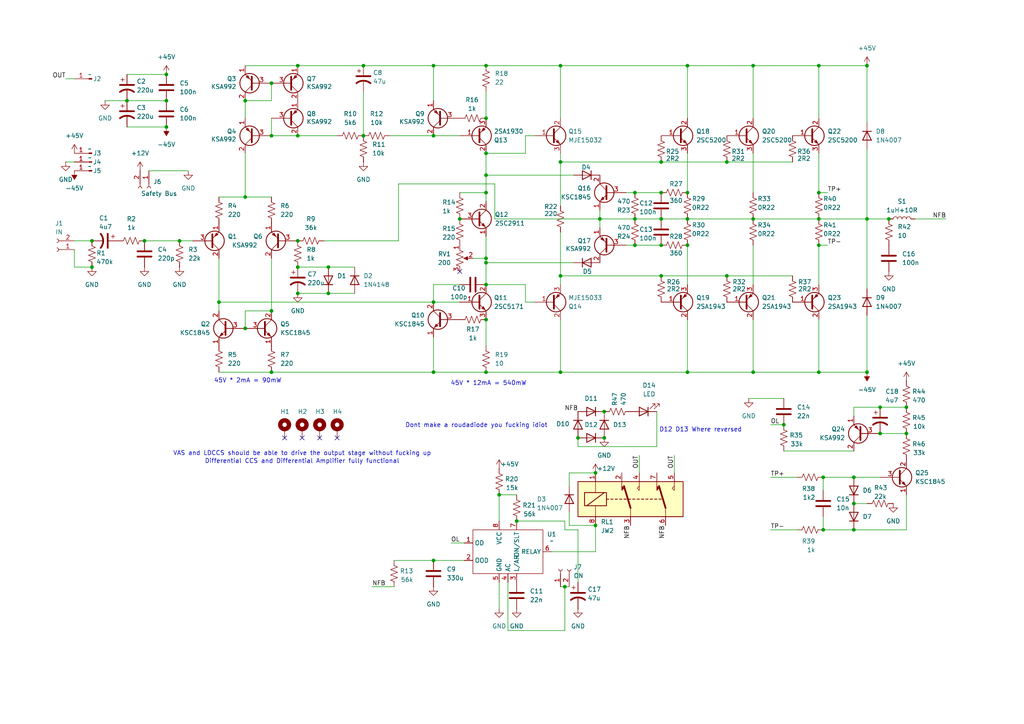
<source format=kicad_sch>
(kicad_sch (version 20231120) (generator "eeschema") (generator_version "8.0")
  (paper "A4")
  (lib_symbols
    (symbol "Ateyos_BJTs:2SA1837" (pin_names (offset 0) hide)
      (property "Reference" "Q" (at 5.08 1.27 0))
      (property "Value" "2SA1837" (at 5.08 -1.27 0))
      (symbol "2SA1837_1_1"
        (pin input line (at -5.08 0 0) (length 5.715) (name "B") (number "1"))
        (pin passive line (at 2.54 5.08 270) (length 2.54) (name "C") (number "2"))
        (pin passive line (at 2.54 -5.08 90) (length 2.54) (name "E") (number "3"))
      )
    )
    (symbol "Ateyos_BJTs:2SA1943" (pin_names (offset 0) hide)
      (property "Reference" "Q" (at 5.08 1.27 0))
      (property "Value" "2SA1943" (at 5.08 -1.27 0))
      (symbol "2SA1943_1_1"
        (pin input line (at -5.08 0 0) (length 5.715) (name "B") (number "1"))
        (pin passive line (at 2.54 5.08 270) (length 2.54) (name "C") (number "2"))
        (pin passive line (at 2.54 -5.08 90) (length 2.54) (name "E") (number "3"))
      )
    )
    (symbol "Ateyos_BJTs:2SC2911" (pin_names (offset 0) hide)
      (property "Reference" "Q" (at 5.08 1.27 0))
      (property "Value" "2SC2911" (at 5.08 -1.27 0))
      (symbol "2SC2911_1_1"
        (pin passive line (at 2.54 -5.08 90) (length 2.54) (name "E") (number "1"))
        (pin passive line (at 2.54 5.08 270) (length 2.54) (name "C") (number "2"))
        (pin passive line (at -5.08 0 0) (length 5.715) (name "B") (number "3"))
      )
    )
    (symbol "Ateyos_BJTs:2SC4793" (pin_names (offset 0) hide)
      (property "Reference" "Q" (at 5.08 1.27 0))
      (property "Value" "2SC4793" (at 5.08 -1.27 0))
      (symbol "2SC4793_1_1"
        (pin input line (at -5.08 0 0) (length 5.715) (name "B") (number "1"))
        (pin passive line (at 2.54 5.08 270) (length 2.54) (name "C") (number "2"))
        (pin passive line (at 2.54 -5.08 90) (length 2.54) (name "E") (number "3"))
      )
    )
    (symbol "Ateyos_BJTs:2SC5200" (pin_names (offset 0) hide)
      (property "Reference" "Q" (at 5.08 1.27 0))
      (property "Value" "2SC5200" (at 5.08 -1.27 0))
      (symbol "2SC5200_1_1"
        (pin input line (at -5.08 0 0) (length 5.715) (name "B") (number "1"))
        (pin passive line (at 2.54 5.08 270) (length 2.54) (name "C") (number "2"))
        (pin passive line (at 2.54 -5.08 90) (length 2.54) (name "E") (number "3"))
      )
    )
    (symbol "Ateyos_BJTs:KSA992" (pin_names (offset 0) hide)
      (property "Reference" "Q" (at 5.08 1.27 0))
      (property "Value" "KSA992" (at 5.08 -1.27 0))
      (symbol "KSA992_1_1"
        (pin passive line (at 2.54 -5.08 90) (length 2.54) (name "E") (number "1"))
        (pin passive line (at 2.54 5.08 270) (length 2.54) (name "C") (number "2"))
        (pin input line (at -5.08 0 0) (length 5.715) (name "B") (number "3"))
      )
    )
    (symbol "Ateyos_BJTs:KSC1845" (pin_names (offset 0) hide)
      (property "Reference" "Q" (at 5.08 1.27 0))
      (property "Value" "KSC1845" (at 5.08 -1.27 0))
      (symbol "KSC1845_1_1"
        (pin passive line (at 2.54 -5.08 90) (length 2.54) (name "E") (number "1"))
        (pin passive line (at 2.54 5.08 270) (length 2.54) (name "C") (number "2"))
        (pin passive line (at -5.08 0 0) (length 5.715) (name "B") (number "3"))
      )
    )
    (symbol "CUSTOM:UPC1237"
      (property "Reference" "U" (at -24.13 -1.27 0))
      (symbol "UPC1237_0_0"
        (pin input line (at -10.16 2.54 0) (length 2.54) (name "OD") (number "1"))
        (pin input line (at -10.16 -2.54 0) (length 2.54) (name "OOD") (number "2"))
        (pin input line (at 5.08 -8.89 90) (length 2.54) (name "L/AR") (number "3"))
        (pin input line (at 2.54 -8.89 90) (length 2.54) (name "AC") (number "4"))
        (pin passive line (at 0 -8.89 90) (length 2.54) (name "GND") (number "5"))
        (pin output line (at 15.24 0 180) (length 2.54) (name "RELAY") (number "6"))
        (pin input line (at 5.08 8.89 270) (length 2.54) (name "ON/SLT") (number "7"))
        (pin passive line (at 0 8.89 270) (length 2.54) (name "VCC") (number "8"))
      )
    )
    (symbol "Connector:Conn_01x01_Pin" (pin_names (offset 1.016) hide)
      (property "Reference" "J" (at 0 2.54 0))
      (property "Value" "Conn_01x01_Pin" (at 0 -2.54 0))
      (symbol "Conn_01x01_Pin_1_1"
        (pin passive line (at 5.08 0 180) (length 3.81) (name "Pin_1") (number "1"))
      )
    )
    (symbol "Connector:Conn_01x02_Socket" (pin_names (offset 1.016) hide)
      (property "Reference" "J" (at 0 2.54 0))
      (property "Value" "Conn_01x02_Socket" (at 0 -5.08 0))
      (symbol "Conn_01x02_Socket_1_1"
        (pin passive line (at -5.08 0 0) (length 3.81) (name "Pin_1") (number "1"))
        (pin passive line (at -5.08 -2.54 0) (length 3.81) (name "Pin_2") (number "2"))
      )
    )
    (symbol "Device:C" (pin_numbers hide) (pin_names (offset 0.254))
      (property "Reference" "C" (at 0.635 2.54 0))
      (property "Value" "C" (at 0.635 -2.54 0))
      (symbol "C_1_1"
        (pin passive line (at 0 3.81 270) (length 2.794) (name "~") (number "1"))
        (pin passive line (at 0 -3.81 90) (length 2.794) (name "~") (number "2"))
      )
    )
    (symbol "Device:C_Polarized_US" (pin_numbers hide) (pin_names (offset 0.254) hide)
      (property "Reference" "C" (at 0.635 2.54 0))
      (property "Value" "C_Polarized_US" (at 0.635 -2.54 0))
      (symbol "C_Polarized_US_1_1"
        (pin passive line (at 0 3.81 270) (length 2.794) (name "~") (number "1"))
        (pin passive line (at 0 -3.81 90) (length 3.302) (name "~") (number "2"))
      )
    )
    (symbol "Device:L" (pin_numbers hide) (pin_names (offset 1.016) hide)
      (property "Reference" "L" (at -1.27 0 90))
      (property "Value" "L" (at 1.905 0 90))
      (symbol "L_1_1"
        (pin passive line (at 0 3.81 270) (length 1.27) (name "1") (number "1"))
        (pin passive line (at 0 -3.81 90) (length 1.27) (name "2") (number "2"))
      )
    )
    (symbol "Device:LED" (pin_numbers hide) (pin_names (offset 1.016) hide)
      (property "Reference" "D" (at 0 2.54 0))
      (property "Value" "LED" (at 0 -2.54 0))
      (symbol "LED_1_1"
        (pin passive line (at -3.81 0 0) (length 2.54) (name "K") (number "1"))
        (pin passive line (at 3.81 0 180) (length 2.54) (name "A") (number "2"))
      )
    )
    (symbol "Device:R_Potentiometer_US" (pin_names (offset 1.016) hide)
      (property "Reference" "RV" (at -4.445 0 90))
      (property "Value" "R_Potentiometer_US" (at -2.54 0 90))
      (symbol "R_Potentiometer_US_1_1"
        (pin passive line (at 0 3.81 270) (length 1.27) (name "1") (number "1"))
        (pin passive line (at 3.81 0 180) (length 1.27) (name "2") (number "2"))
        (pin passive line (at 0 -3.81 90) (length 1.27) (name "3") (number "3"))
      )
    )
    (symbol "Device:R_US" (pin_numbers hide) (pin_names (offset 0))
      (property "Reference" "R" (at 2.54 0 90))
      (property "Value" "R_US" (at -2.54 0 90))
      (symbol "R_US_1_1"
        (pin passive line (at 0 3.81 270) (length 1.27) (name "~") (number "1"))
        (pin passive line (at 0 -3.81 90) (length 1.27) (name "~") (number "2"))
      )
    )
    (symbol "Diode:1N4007" (pin_numbers hide) (pin_names hide)
      (property "Reference" "D" (at 0 2.54 0))
      (property "Value" "1N4007" (at 0 -2.54 0))
      (symbol "1N4007_1_1"
        (pin passive line (at -3.81 0 0) (length 2.54) (name "K") (number "1"))
        (pin passive line (at 3.81 0 180) (length 2.54) (name "A") (number "2"))
      )
    )
    (symbol "Diode:1N4148" (pin_numbers hide) (pin_names hide)
      (property "Reference" "D" (at 0 2.54 0))
      (property "Value" "1N4148" (at 0 -2.54 0))
      (symbol "1N4148_1_1"
        (pin passive line (at -3.81 0 0) (length 2.54) (name "K") (number "1"))
        (pin passive line (at 3.81 0 180) (length 2.54) (name "A") (number "2"))
      )
    )
    (symbol "Mechanical:MountingHole_Pad" (pin_numbers hide) (pin_names (offset 1.016) hide) (exclude_from_sim yes) (in_bom no)
      (property "Reference" "H" (at 0 6.35 0))
      (property "Value" "MountingHole_Pad" (at 0 4.445 0))
      (symbol "MountingHole_Pad_1_1"
        (pin input line (at 0 -2.54 90) (length 2.54) (name "1") (number "1"))
      )
    )
    (symbol "Relay:JW2"
      (property "Reference" "RL" (at 16.51 3.81 0))
      (property "Value" "JW2" (at 16.51 1.27 0))
      (symbol "JW2_1_1"
        (pin passive line (at -10.16 7.62 270) (length 2.54) (name "~") (number "1"))
        (pin passive line (at -2.54 7.62 270) (length 2.54) (name "~") (number "2"))
        (pin passive line (at 0 -7.62 90) (length 2.54) (name "~") (number "3"))
        (pin passive line (at 2.54 7.62 270) (length 2.54) (name "~") (number "4"))
        (pin passive line (at 12.7 7.62 270) (length 2.54) (name "~") (number "5"))
        (pin passive line (at 10.16 -7.62 90) (length 2.54) (name "~") (number "6"))
        (pin passive line (at 7.62 7.62 270) (length 2.54) (name "~") (number "7"))
        (pin passive line (at -10.16 -7.62 90) (length 2.54) (name "~") (number "8"))
      )
    )
    (symbol "power:GND" (power) (pin_numbers hide) (pin_names (offset 0) hide)
      (property "Value" "GND" (at 0 -3.81 0))
      (symbol "GND_1_1"
        (pin power_in line (at 0 0 270) (length 0) (name "~") (number "1"))
      )
    )
    (symbol "power:VCC" (power) (pin_numbers hide) (pin_names (offset 0) hide)
      (property "Value" "VCC" (at 0 3.556 0))
      (symbol "VCC_1_1"
        (pin power_in line (at 0 0 90) (length 0) (name "~") (number "1"))
      )
    )
    (symbol "power:VEE" (power) (pin_numbers hide) (pin_names (offset 0) hide)
      (property "Value" "VEE" (at 0 3.556 0))
      (symbol "VEE_1_1"
        (pin power_in line (at 0 0 90) (length 0) (name "~") (number "1"))
      )
    )
  )
  (junction (at 140.97 55.88))
  (junction (at 71.12 29.21))
  (junction (at 184.15 55.88))
  (junction (at 262.89 125.73))
  (junction (at 172.72 137.16))
  (junction (at 247.65 138.43))
  (junction (at 140.97 44.45))
  (junction (at 95.25 77.47))
  (junction (at 237.49 71.12))
  (junction (at 41.91 69.85))
  (junction (at 52.07 69.85))
  (junction (at 255.27 125.73))
  (junction (at 218.44 63.5))
  (junction (at 48.26 36.83))
  (junction (at 199.39 63.5))
  (junction (at 255.27 118.11))
  (junction (at 48.26 29.21))
  (junction (at 149.86 151.13))
  (junction (at 86.36 85.09))
  (junction (at 63.5 87.63))
  (junction (at 191.77 46.99))
  (junction (at 163.83 170.18))
  (junction (at 95.25 85.09))
  (junction (at 125.73 107.95))
  (junction (at 191.77 80.01))
  (junction (at 199.39 107.95))
  (junction (at 238.76 153.67))
  (junction (at 26.67 77.47))
  (junction (at 140.97 34.29))
  (junction (at 227.33 123.19))
  (junction (at 140.97 82.55))
  (junction (at 86.36 69.85))
  (junction (at 199.39 55.88))
  (junction (at 218.44 19.05))
  (junction (at 237.49 63.5))
  (junction (at 86.36 77.47))
  (junction (at 140.97 19.05))
  (junction (at 78.74 24.13))
  (junction (at 199.39 19.05))
  (junction (at 162.56 107.95))
  (junction (at 210.82 80.01))
  (junction (at 140.97 50.8))
  (junction (at 48.26 21.59))
  (junction (at 251.46 19.05))
  (junction (at 86.36 19.05))
  (junction (at 262.89 118.11))
  (junction (at 125.73 19.05))
  (junction (at 175.26 119.38))
  (junction (at 140.97 107.95))
  (junction (at 167.64 127))
  (junction (at 184.15 71.12))
  (junction (at 140.97 92.71))
  (junction (at 140.97 74.93))
  (junction (at 191.77 63.5))
  (junction (at 218.44 107.95))
  (junction (at 71.12 95.25))
  (junction (at 237.49 107.95))
  (junction (at 125.73 87.63))
  (junction (at 86.36 39.37))
  (junction (at 199.39 71.12))
  (junction (at 251.46 107.95))
  (junction (at 125.73 162.56))
  (junction (at 105.41 39.37))
  (junction (at 36.83 29.21))
  (junction (at 247.65 153.67))
  (junction (at 78.74 39.37))
  (junction (at 184.15 63.5))
  (junction (at 175.26 127))
  (junction (at 173.99 63.5))
  (junction (at 191.77 71.12))
  (junction (at 162.56 46.99))
  (junction (at 78.74 107.95))
  (junction (at 162.56 19.05))
  (junction (at 71.12 57.15))
  (junction (at 133.35 63.5))
  (junction (at 105.41 19.05))
  (junction (at 125.73 39.37))
  (junction (at 210.82 46.99))
  (junction (at 140.97 76.2))
  (junction (at 172.72 152.4))
  (junction (at 238.76 138.43))
  (junction (at 78.74 90.17))
  (junction (at 257.81 63.5))
  (junction (at 237.49 19.05))
  (junction (at 144.78 143.51))
  (junction (at 247.65 146.05))
  (junction (at 26.67 69.85))
  (junction (at 191.77 55.88))
  (junction (at 237.49 55.88))
  (junction (at 162.56 80.01))
  (junction (at 251.46 63.5))
  (no_connect (at 82.55 127))
  (no_connect (at 87.63 127))
  (no_connect (at 92.71 127))
  (no_connect (at 97.79 127))
  (no_connect (at 133.35 78.74))
  (wire (pts (xy 238.76 149.86) (xy 238.76 153.67)))
  (wire (pts (xy 240.03 71.12) (xy 237.49 71.12)))
  (wire (pts (xy 251.46 63.5) (xy 257.81 63.5)))
  (wire (pts (xy 218.44 63.5) (xy 237.49 63.5)))
  (wire (pts (xy 125.73 82.55) (xy 125.73 87.63)))
  (wire (pts (xy 223.52 123.19) (xy 227.33 123.19)))
  (wire (pts (xy 163.83 151.13) (xy 163.83 153.67)))
  (wire (pts (xy 36.83 21.59) (xy 48.26 21.59)))
  (wire (pts (xy 162.56 80.01) (xy 162.56 82.55)))
  (wire (pts (xy 78.74 107.95) (xy 125.73 107.95)))
  (wire (pts (xy 71.12 29.21) (xy 71.12 34.29)))
  (wire (pts (xy 115.57 69.85) (xy 93.98 69.85)))
  (wire (pts (xy 152.4 87.63) (xy 152.4 82.55)))
  (wire (pts (xy 227.33 130.81) (xy 247.65 130.81)))
  (wire (pts (xy 140.97 50.8) (xy 140.97 55.88)))
  (wire (pts (xy 71.12 57.15) (xy 78.74 57.15)))
  (wire (pts (xy 163.83 170.18) (xy 165.1 170.18)))
  (wire (pts (xy 95.25 77.47) (xy 102.87 77.47)))
  (wire (pts (xy 191.77 63.5) (xy 199.39 63.5)))
  (wire (pts (xy 125.73 162.56) (xy 134.62 162.56)))
  (wire (pts (xy 199.39 107.95) (xy 218.44 107.95)))
  (wire (pts (xy 218.44 107.95) (xy 237.49 107.95)))
  (wire (pts (xy 238.76 153.67) (xy 247.65 153.67)))
  (wire (pts (xy 163.83 170.18) (xy 163.83 182.88)))
  (wire (pts (xy 238.76 142.24) (xy 238.76 138.43)))
  (wire (pts (xy 167.64 153.67) (xy 167.64 168.91)))
  (wire (pts (xy 162.56 92.71) (xy 162.56 107.95)))
  (wire (pts (xy 218.44 82.55) (xy 218.44 71.12)))
  (wire (pts (xy 140.97 44.45) (xy 140.97 50.8)))
  (wire (pts (xy 21.59 77.47) (xy 26.67 77.47)))
  (wire (pts (xy 86.36 85.09) (xy 95.25 85.09)))
  (wire (pts (xy 199.39 44.45) (xy 199.39 55.88)))
  (wire (pts (xy 78.74 39.37) (xy 86.36 39.37)))
  (wire (pts (xy 36.83 36.83) (xy 48.26 36.83)))
  (wire (pts (xy 21.59 69.85) (xy 26.67 69.85)))
  (wire (pts (xy 162.56 19.05) (xy 162.56 34.29)))
  (wire (pts (xy 130.81 157.48) (xy 134.62 157.48)))
  (wire (pts (xy 63.5 57.15) (xy 71.12 57.15)))
  (wire (pts (xy 247.65 120.65) (xy 247.65 118.11)))
  (wire (pts (xy 160.02 160.02) (xy 172.72 160.02)))
  (wire (pts (xy 125.73 87.63) (xy 133.35 87.63)))
  (wire (pts (xy 162.56 46.99) (xy 162.56 59.69)))
  (wire (pts (xy 199.39 63.5) (xy 218.44 63.5)))
  (wire (pts (xy 165.1 148.59) (xy 165.1 152.4)))
  (wire (pts (xy 30.48 29.21) (xy 36.83 29.21)))
  (wire (pts (xy 137.16 74.93) (xy 140.97 74.93)))
  (wire (pts (xy 63.5 74.93) (xy 63.5 87.63)))
  (wire (pts (xy 140.97 74.93) (xy 140.97 68.58)))
  (wire (pts (xy 133.35 82.55) (xy 125.73 82.55)))
  (wire (pts (xy 163.83 153.67) (xy 167.64 153.67)))
  (wire (pts (xy 95.25 85.09) (xy 102.87 85.09)))
  (wire (pts (xy 140.97 74.93) (xy 140.97 76.2)))
  (wire (pts (xy 162.56 170.18) (xy 163.83 170.18)))
  (wire (pts (xy 162.56 80.01) (xy 191.77 80.01)))
  (wire (pts (xy 140.97 50.8) (xy 166.37 50.8)))
  (wire (pts (xy 143.51 53.34) (xy 143.51 63.5)))
  (wire (pts (xy 163.83 182.88) (xy 147.32 182.88)))
  (wire (pts (xy 125.73 39.37) (xy 113.03 39.37)))
  (wire (pts (xy 184.15 63.5) (xy 191.77 63.5)))
  (wire (pts (xy 165.1 137.16) (xy 172.72 137.16)))
  (wire (pts (xy 162.56 19.05) (xy 199.39 19.05)))
  (wire (pts (xy 184.15 71.12) (xy 191.77 71.12)))
  (wire (pts (xy 162.56 46.99) (xy 191.77 46.99)))
  (wire (pts (xy 43.18 49.53) (xy 54.61 49.53)))
  (wire (pts (xy 63.5 107.95) (xy 78.74 107.95)))
  (wire (pts (xy 218.44 107.95) (xy 218.44 92.71)))
  (wire (pts (xy 125.73 39.37) (xy 133.35 39.37)))
  (wire (pts (xy 173.99 60.96) (xy 173.99 63.5)))
  (wire (pts (xy 184.15 55.88) (xy 191.77 55.88)))
  (wire (pts (xy 147.32 182.88) (xy 147.32 168.91)))
  (wire (pts (xy 140.97 19.05) (xy 162.56 19.05)))
  (wire (pts (xy 78.74 29.21) (xy 71.12 29.21)))
  (wire (pts (xy 107.95 170.18) (xy 114.3 170.18)))
  (wire (pts (xy 125.73 29.21) (xy 125.73 19.05)))
  (wire (pts (xy 191.77 46.99) (xy 210.82 46.99)))
  (wire (pts (xy 247.65 118.11) (xy 255.27 118.11)))
  (wire (pts (xy 152.4 39.37) (xy 154.94 39.37)))
  (wire (pts (xy 152.4 44.45) (xy 140.97 44.45)))
  (wire (pts (xy 162.56 67.31) (xy 162.56 80.01)))
  (wire (pts (xy 140.97 76.2) (xy 166.37 76.2)))
  (wire (pts (xy 133.35 55.88) (xy 140.97 55.88)))
  (wire (pts (xy 262.89 143.51) (xy 262.89 153.67)))
  (wire (pts (xy 152.4 82.55) (xy 140.97 82.55)))
  (wire (pts (xy 86.36 19.05) (xy 71.12 19.05)))
  (wire (pts (xy 190.5 129.54) (xy 167.64 129.54)))
  (wire (pts (xy 251.46 107.95) (xy 237.49 107.95)))
  (wire (pts (xy 195.58 132.08) (xy 195.58 137.16)))
  (wire (pts (xy 190.5 119.38) (xy 190.5 129.54)))
  (wire (pts (xy 237.49 107.95) (xy 237.49 92.71)))
  (wire (pts (xy 19.05 46.99) (xy 21.59 46.99)))
  (wire (pts (xy 172.72 160.02) (xy 172.72 152.4)))
  (wire (pts (xy 149.86 151.13) (xy 163.83 151.13)))
  (wire (pts (xy 199.39 19.05) (xy 199.39 34.29)))
  (wire (pts (xy 143.51 63.5) (xy 173.99 63.5)))
  (wire (pts (xy 251.46 91.44) (xy 251.46 107.95)))
  (wire (pts (xy 231.14 138.43) (xy 223.52 138.43)))
  (wire (pts (xy 247.65 138.43) (xy 255.27 138.43)))
  (wire (pts (xy 78.74 74.93) (xy 78.74 90.17)))
  (wire (pts (xy 218.44 19.05) (xy 237.49 19.05)))
  (wire (pts (xy 237.49 63.5) (xy 251.46 63.5)))
  (wire (pts (xy 199.39 107.95) (xy 199.39 92.71)))
  (wire (pts (xy 125.73 19.05) (xy 105.41 19.05)))
  (wire (pts (xy 78.74 24.13) (xy 78.74 29.21)))
  (wire (pts (xy 105.41 19.05) (xy 86.36 19.05)))
  (wire (pts (xy 251.46 43.18) (xy 251.46 63.5)))
  (wire (pts (xy 140.97 92.71) (xy 140.97 100.33)))
  (wire (pts (xy 240.03 55.88) (xy 237.49 55.88)))
  (wire (pts (xy 125.73 107.95) (xy 140.97 107.95)))
  (wire (pts (xy 140.97 107.95) (xy 162.56 107.95)))
  (wire (pts (xy 262.89 153.67) (xy 247.65 153.67)))
  (wire (pts (xy 217.17 115.57) (xy 227.33 115.57)))
  (wire (pts (xy 71.12 95.25) (xy 71.12 90.17)))
  (wire (pts (xy 140.97 55.88) (xy 140.97 58.42)))
  (wire (pts (xy 71.12 90.17) (xy 78.74 90.17)))
  (wire (pts (xy 140.97 19.05) (xy 125.73 19.05)))
  (wire (pts (xy 165.1 152.4) (xy 172.72 152.4)))
  (wire (pts (xy 255.27 118.11) (xy 262.89 118.11)))
  (wire (pts (xy 21.59 72.39) (xy 21.59 77.47)))
  (wire (pts (xy 63.5 87.63) (xy 125.73 87.63)))
  (wire (pts (xy 86.36 39.37) (xy 97.79 39.37)))
  (wire (pts (xy 191.77 80.01) (xy 210.82 80.01)))
  (wire (pts (xy 19.05 22.86) (xy 21.59 22.86)))
  (wire (pts (xy 140.97 26.67) (xy 140.97 34.29)))
  (wire (pts (xy 237.49 55.88) (xy 237.49 44.45)))
  (wire (pts (xy 251.46 63.5) (xy 251.46 83.82)))
  (wire (pts (xy 238.76 138.43) (xy 247.65 138.43)))
  (wire (pts (xy 152.4 87.63) (xy 154.94 87.63)))
  (wire (pts (xy 181.61 55.88) (xy 184.15 55.88)))
  (wire (pts (xy 144.78 176.53) (xy 144.78 168.91)))
  (wire (pts (xy 162.56 107.95) (xy 199.39 107.95)))
  (wire (pts (xy 231.14 153.67) (xy 223.52 153.67)))
  (wire (pts (xy 199.39 19.05) (xy 218.44 19.05)))
  (wire (pts (xy 255.27 125.73) (xy 262.89 125.73)))
  (wire (pts (xy 251.46 146.05) (xy 247.65 146.05)))
  (wire (pts (xy 152.4 39.37) (xy 152.4 44.45)))
  (wire (pts (xy 237.49 19.05) (xy 237.49 34.29)))
  (wire (pts (xy 78.74 34.29) (xy 78.74 39.37)))
  (wire (pts (xy 63.5 87.63) (xy 63.5 90.17)))
  (wire (pts (xy 210.82 80.01) (xy 229.87 80.01)))
  (wire (pts (xy 144.78 143.51) (xy 144.78 151.13)))
  (wire (pts (xy 218.44 19.05) (xy 218.44 34.29)))
  (wire (pts (xy 140.97 76.2) (xy 140.97 82.55)))
  (wire (pts (xy 86.36 77.47) (xy 95.25 77.47)))
  (wire (pts (xy 251.46 35.56) (xy 251.46 19.05)))
  (wire (pts (xy 251.46 19.05) (xy 237.49 19.05)))
  (wire (pts (xy 162.56 46.99) (xy 162.56 44.45)))
  (wire (pts (xy 52.07 69.85) (xy 55.88 69.85)))
  (wire (pts (xy 173.99 63.5) (xy 184.15 63.5)))
  (wire (pts (xy 265.43 63.5) (xy 274.32 63.5)))
  (wire (pts (xy 36.83 29.21) (xy 48.26 29.21)))
  (wire (pts (xy 105.41 26.67) (xy 105.41 39.37)))
  (wire (pts (xy 115.57 53.34) (xy 143.51 53.34)))
  (wire (pts (xy 218.44 44.45) (xy 218.44 55.88)))
  (wire (pts (xy 185.42 132.08) (xy 185.42 137.16)))
  (wire (pts (xy 41.91 69.85) (xy 52.07 69.85)))
  (wire (pts (xy 115.57 53.34) (xy 115.57 69.85)))
  (wire (pts (xy 167.64 127) (xy 167.64 129.54)))
  (wire (pts (xy 71.12 44.45) (xy 71.12 57.15)))
  (wire (pts (xy 237.49 71.12) (xy 237.49 82.55)))
  (wire (pts (xy 199.39 82.55) (xy 199.39 71.12)))
  (wire (pts (xy 149.86 143.51) (xy 144.78 143.51)))
  (wire (pts (xy 165.1 140.97) (xy 165.1 137.16)))
  (wire (pts (xy 125.73 97.79) (xy 125.73 107.95)))
  (wire (pts (xy 210.82 46.99) (xy 229.87 46.99)))
  (wire (pts (xy 114.3 162.56) (xy 125.73 162.56)))
  (wire (pts (xy 173.99 63.5) (xy 173.99 66.04)))
  (wire (pts (xy 181.61 71.12) (xy 184.15 71.12)))
  (text "45V * 12mA = 540mW" (at 141.732 111.252 0) (effects (font (size 1.27 1.27))))
  (text "D12 D13 Where reversed" (at 203.2 124.714 0) (effects (font (size 1.27 1.27))))
  (text "VAS and LDCCS should be able to drive the output stage without fucking up" (at 87.63 131.572 0) (effects (font (size 1.27 1.27))))
  (text "45V * 2mA = 90mW" (at 71.882 110.49 0) (effects (font (size 1.27 1.27))))
  (text "Dont make a roudadiode you fucking idiot" (at 138.176 123.444 0) (effects (font (size 1.27 1.27))))
  (text "Differential CCS and Differential Amplifier fully functional" (at 87.63 133.858 0) (effects (font (size 1.27 1.27))))
  (label "TP-" (at 223.52 153.67 0))
  (label "TP+" (at 240.03 55.88 0))
  (label "OL" (at 223.52 123.19 0))
  (label "NFB" (at 193.04 152.4 270))
  (label "NFB" (at 182.88 152.4 270))
  (label "NFB" (at 270.51 63.5 0))
  (label "NFB" (at 167.64 119.38 180))
  (label "OUT" (at 185.42 132.08 270))
  (label "OUT" (at 195.58 132.08 270))
  (label "OL" (at 130.81 157.48 0))
  (label "NFB" (at 107.95 170.18 0))
  (label "TP-" (at 240.03 71.12 0))
  (label "OUT" (at 19.05 22.86 180))
  (label "TP+" (at 223.52 138.43 0))
  (symbol (lib_id "Device:C") (at 137.16 82.55 90) (unit 1)
    (property "Reference" "C10" (at 133.096 83.566 90))
    (property "Value" "100p" (at 133.096 86.106 90))
    (property "Footprint" "Capacitor_THT:C_Disc_D4.7mm_W2.5mm_P5.00mm" (effects (hide yes)))
    (property "Description" "Unpolarized capacitor" (effects (hide yes)))
  )
  (symbol (lib_id "Ateyos_BJTs:2SA1943") (at 196.85 87.63 0) (mirror x) (unit 1)
    (property "Reference" "Q19" (at 201.93 86.3599 0) (effects (justify left)))
    (property "Value" "2SA1943" (at 201.93 88.8999 0) (effects (justify left)))
    (property "Footprint" "Package_TO_SOT_THT:TO-264-3_Horizontal_TabUp" (effects (hide yes)))
    (property "Description" "PNP transistor, base/collector/emitter" (effects (hide yes)))
  )
  (symbol (lib_id "Device:R_US") (at 105.41 43.18 180) (unit 1)
    (property "Reference" "R11" (at 107.95 41.9099 0) (effects (justify right)))
    (property "Value" "10k" (at 107.95 44.4499 0) (effects (justify right)))
    (property "Footprint" "Resistor_THT:R_Axial_DIN0207_L6.3mm_D2.5mm_P10.16mm_Horizontal" (effects (hide yes)))
    (property "Description" "Resistor, US symbol" (effects (hide yes)))
  )
  (symbol (lib_id "power:GND") (at 144.78 176.53 0) (unit 1)
    (property "Reference" "#PWR016" (effects (hide yes)))
    (property "Value" "GND" (at 144.78 181.61 0))
    (property "Description" "Power symbol creates a global label with name \"GND\" , ground" (effects (hide yes)))
  )
  (symbol (lib_id "power:GND") (at 86.36 85.09 0) (unit 1)
    (property "Reference" "#PWR012" (effects (hide yes)))
    (property "Value" "GND" (at 86.36 90.17 0))
    (property "Description" "Power symbol creates a global label with name \"GND\" , ground" (effects (hide yes)))
  )
  (symbol (lib_id "Connector:Conn_01x01_Pin") (at 26.67 44.45 180) (unit 1)
    (property "Reference" "J3" (at 28.194 44.45 0))
    (property "Value" "~" (at 26.035 43.18 0))
    (property "Footprint" "Ateyos_Connectors:6.3mm spade" (effects (hide yes)))
    (property "Description" "Generic connector, single row, 01x01, script generated" (effects (hide yes)))
  )
  (symbol (lib_id "Device:R_US") (at 199.39 59.69 180) (unit 1)
    (property "Reference" "R29" (at 200.66 57.658 0) (effects (justify right)))
    (property "Value" "0R22" (at 200.66 60.198 0) (effects (justify right)))
    (property "Footprint" "Resistor_THT:R_Axial_DIN0922_L20.0mm_D9.0mm_P25.40mm_Horizontal" (effects (hide yes)))
    (property "Description" "Resistor, US symbol" (effects (hide yes)))
  )
  (symbol (lib_id "power:VCC") (at 144.78 135.89 0) (unit 1)
    (property "Reference" "#PWR015" (effects (hide yes)))
    (property "Value" "+45V" (at 147.828 134.62 0))
    (property "Description" "Power symbol creates a global label with name \"VCC\"" (effects (hide yes)))
  )
  (symbol (lib_id "Device:R_US") (at 133.35 59.69 180) (unit 1)
    (property "Reference" "R14" (at 128.27 58.674 0) (effects (justify right)))
    (property "Value" "1k" (at 128.27 61.214 0) (effects (justify right)))
    (property "Footprint" "Resistor_THT:R_Axial_DIN0207_L6.3mm_D2.5mm_P10.16mm_Horizontal" (effects (hide yes)))
    (property "Description" "Resistor, US symbol" (effects (hide yes)))
  )
  (symbol (lib_id "Ateyos_BJTs:2SA1943") (at 215.9 87.63 0) (mirror x) (unit 1)
    (property "Reference" "Q21" (at 220.98 86.3599 0) (effects (justify left)))
    (property "Value" "2SA1943" (at 220.98 88.8999 0) (effects (justify left)))
    (property "Footprint" "Package_TO_SOT_THT:TO-264-3_Horizontal_TabUp" (effects (hide yes)))
    (property "Description" "PNP transistor, base/collector/emitter" (effects (hide yes)))
  )
  (symbol (lib_id "Ateyos_BJTs:KSA992") (at 73.66 24.13 180) (unit 1)
    (property "Reference" "Q3" (at 68.58 22.8599 0) (effects (justify left)))
    (property "Value" "KSA992" (at 68.58 25.146 0) (effects (justify left)))
    (property "Footprint" "Package_TO_SOT_THT:TO-92L_Inline_Wide" (effects (hide yes)))
    (property "Description" "PNP transistor, emitter/collector/base" (effects (hide yes)))
  )
  (symbol (lib_id "Diode:1N4148") (at 247.65 149.86 90) (unit 1)
    (property "Reference" "D7" (at 250.19 149.8599 90) (effects (justify right)))
    (property "Value" "1N4148" (effects (hide yes)))
    (property "Footprint" "Diode_THT:D_DO-35_SOD27_P7.62mm_Horizontal" (effects (hide yes)))
    (property "Datasheet" "https://assets.nexperia.com/documents/data-sheet/1N4148_1N4448.pdf" (effects (hide yes)))
    (property "Description" "100V 0.15A standard switching diode, DO-35" (effects (hide yes)))
    (property "Sim.Device" "D" (effects (hide yes)))
    (property "Sim.Pins" "1=K 2=A" (effects (hide yes)))
  )
  (symbol (lib_id "Device:R_US") (at 218.44 59.69 180) (unit 1)
    (property "Reference" "R33" (at 219.71 57.658 0) (effects (justify right)))
    (property "Value" "0R22" (at 219.71 60.198 0) (effects (justify right)))
    (property "Footprint" "Resistor_THT:R_Axial_DIN0922_L20.0mm_D9.0mm_P25.40mm_Horizontal" (effects (hide yes)))
    (property "Description" "Resistor, US symbol" (effects (hide yes)))
  )
  (symbol (lib_id "Ateyos_BJTs:KSA992") (at 176.53 71.12 180) (unit 1)
    (property "Reference" "Q17" (at 171.45 69.8499 0) (effects (justify left)))
    (property "Value" "KSA992" (at 171.45 72.136 0) (effects (justify left)))
    (property "Footprint" "Package_TO_SOT_THT:TO-92L_Inline_Wide" (effects (hide yes)))
    (property "Description" "PNP transistor, emitter/collector/base" (effects (hide yes)))
  )
  (symbol (lib_id "power:GND") (at 30.48 29.21 0) (unit 1)
    (property "Reference" "#PWR05" (effects (hide yes)))
    (property "Value" "GND" (at 30.48 34.29 0))
    (property "Description" "Power symbol creates a global label with name \"GND\" , ground" (effects (hide yes)))
  )
  (symbol (lib_id "power:GND") (at 105.41 46.99 0) (unit 1)
    (property "Reference" "#PWR013" (effects (hide yes)))
    (property "Value" "GND" (at 105.41 52.07 0))
    (property "Description" "Power symbol creates a global label with name \"GND\" , ground" (effects (hide yes)))
  )
  (symbol (lib_id "Ateyos_BJTs:2SC5200") (at 196.85 39.37 0) (unit 1)
    (property "Reference" "Q18" (at 201.93 38.0999 0) (effects (justify left)))
    (property "Value" "2SC5200" (at 201.93 40.6399 0) (effects (justify left)))
    (property "Footprint" "Package_TO_SOT_THT:TO-264-3_Horizontal_TabUp" (effects (hide yes)))
    (property "Description" "NPN transistor, base/collector/emitter" (effects (hide yes)))
  )
  (symbol (lib_id "Ateyos_BJTs:2SC2911") (at 138.43 63.5 0) (unit 1)
    (property "Reference" "Q12" (at 143.51 62.2299 0) (effects (justify left)))
    (property "Value" "2SC2911" (at 143.51 64.7699 0) (effects (justify left)))
    (property "Footprint" "Package_TO_SOT_THT:TO-126-3_Horizontal_TabUp" (effects (hide yes)))
    (property "Description" "NPN transistor, emitter/collector/base" (effects (hide yes)))
  )
  (symbol (lib_id "power:GND") (at 167.64 176.53 0) (unit 1)
    (property "Reference" "#PWR025" (effects (hide yes)))
    (property "Value" "GND" (at 167.64 181.61 0))
    (property "Description" "Power symbol creates a global label with name \"GND\" , ground" (effects (hide yes)))
  )
  (symbol (lib_id "power:GND") (at 52.07 77.47 0) (unit 1)
    (property "Reference" "#PWR010" (effects (hide yes)))
    (property "Value" "GND" (at 52.07 82.55 0))
    (property "Description" "Power symbol creates a global label with name \"GND\" , ground" (effects (hide yes)))
  )
  (symbol (lib_id "Device:R_US") (at 63.5 104.14 0) (unit 1)
    (property "Reference" "R5" (at 66.04 102.8699 0) (effects (justify left)))
    (property "Value" "220" (at 66.04 105.4099 0) (effects (justify left)))
    (property "Footprint" "Resistor_THT:R_Axial_DIN0207_L6.3mm_D2.5mm_P10.16mm_Horizontal" (effects (hide yes)))
    (property "Description" "Resistor, US symbol" (effects (hide yes)))
  )
  (symbol (lib_id "Diode:1N4148") (at 247.65 142.24 90) (unit 1)
    (property "Reference" "D6" (at 250.19 142.2399 90) (effects (justify right)))
    (property "Value" "1N4148" (effects (hide yes)))
    (property "Footprint" "Diode_THT:D_DO-35_SOD27_P7.62mm_Horizontal" (effects (hide yes)))
    (property "Datasheet" "https://assets.nexperia.com/documents/data-sheet/1N4148_1N4448.pdf" (effects (hide yes)))
    (property "Description" "100V 0.15A standard switching diode, DO-35" (effects (hide yes)))
    (property "Sim.Device" "D" (effects (hide yes)))
    (property "Sim.Pins" "1=K 2=A" (effects (hide yes)))
  )
  (symbol (lib_id "Device:R_US") (at 257.81 67.31 0) (unit 1)
    (property "Reference" "R42" (at 260.35 65.786 0) (effects (justify left)))
    (property "Value" "10" (at 260.35 68.326 0) (effects (justify left)))
    (property "Footprint" "Resistor_THT:R_Axial_DIN0309_L9.0mm_D3.2mm_P12.70mm_Horizontal" (effects (hide yes)))
    (property "Description" "Resistor, US symbol" (effects (hide yes)))
  )
  (symbol (lib_id "Connector:Conn_01x02_Socket") (at 43.18 54.61 270) (unit 1)
    (property "Reference" "J6" (at 44.45 52.7049 90) (effects (justify left)))
    (property "Value" "Safety Bus" (at 40.894 56.134 90) (effects (justify left)))
    (property "Footprint" "Connector_PinHeader_2.54mm:PinHeader_1x02_P2.54mm_Vertical" (effects (hide yes)))
    (property "Description" "Generic connector, single row, 01x02, script generated" (effects (hide yes)))
  )
  (symbol (lib_id "Connector:Conn_01x02_Socket") (at 162.56 165.1 90) (unit 1)
    (property "Reference" "J7" (at 166.37 164.4649 90) (effects (justify right)))
    (property "Value" "ON" (at 166.37 167.0049 90) (effects (justify right)))
    (property "Footprint" "Connector_PinHeader_2.54mm:PinHeader_1x02_P2.54mm_Vertical" (effects (hide yes)))
    (property "Description" "Generic connector, single row, 01x02, script generated" (effects (hide yes)))
  )
  (symbol (lib_id "Device:R_US") (at 262.89 129.54 0) (unit 1)
    (property "Reference" "R46" (at 268.478 128.778 0) (effects (justify right)))
    (property "Value" "33k" (at 268.478 131.318 0) (effects (justify right)))
    (property "Footprint" "Resistor_THT:R_Axial_DIN0207_L6.3mm_D2.5mm_P10.16mm_Horizontal" (effects (hide yes)))
    (property "Description" "Resistor, US symbol" (effects (hide yes)))
  )
  (symbol (lib_id "power:VCC") (at 21.59 44.45 0) (unit 1)
    (property "Reference" "#PWR02" (effects (hide yes)))
    (property "Value" "+45V" (at 21.59 39.37 0))
    (property "Description" "Power symbol creates a global label with name \"VCC\"" (effects (hide yes)))
  )
  (symbol (lib_id "Device:R_US") (at 90.17 69.85 270) (unit 1)
    (property "Reference" "R9" (at 90.17 63.5 90))
    (property "Value" "36k" (at 90.17 66.04 90))
    (property "Footprint" "Resistor_THT:R_Axial_DIN0207_L6.3mm_D2.5mm_P10.16mm_Horizontal" (effects (hide yes)))
    (property "Description" "Resistor, US symbol" (effects (hide yes)))
  )
  (symbol (lib_id "Mechanical:MountingHole_Pad") (at 97.79 124.46 0) (unit 1) (exclude_from_sim yes) (in_bom no)
    (property "Reference" "H4" (at 96.52 119.38 0) (effects (justify left)))
    (property "Value" "MountingHole_Pad" (effects (hide yes)))
    (property "Footprint" "MountingHole:MountingHole_3.2mm_M3_DIN965_Pad_TopBottom" (effects (hide yes)))
    (property "Description" "Mounting Hole with connection" (effects (hide yes)))
  )
  (symbol (lib_id "Ateyos_BJTs:KSA992") (at 250.19 125.73 180) (unit 1)
    (property "Reference" "Q24" (at 245.11 124.4599 0) (effects (justify left)))
    (property "Value" "KSA992" (at 245.11 127 0) (effects (justify left)))
    (property "Footprint" "Package_TO_SOT_THT:TO-92L_Inline_Wide" (effects (hide yes)))
    (property "Description" "PNP transistor, emitter/collector/base" (effects (hide yes)))
  )
  (symbol (lib_id "Device:R_US") (at 149.86 147.32 0) (unit 1)
    (property "Reference" "R21" (at 155.448 146.558 0) (effects (justify right)))
    (property "Value" "56k" (at 155.448 149.098 0) (effects (justify right)))
    (property "Footprint" "Resistor_THT:R_Axial_DIN0207_L6.3mm_D2.5mm_P10.16mm_Horizontal" (effects (hide yes)))
    (property "Description" "Resistor, US symbol" (effects (hide yes)))
  )
  (symbol (lib_id "Diode:1N4148") (at 102.87 81.28 270) (unit 1)
    (property "Reference" "D2" (at 105.41 80.0099 90) (effects (justify left)))
    (property "Value" "1N4148" (at 105.41 82.5499 90) (effects (justify left)))
    (property "Footprint" "Diode_THT:D_DO-35_SOD27_P7.62mm_Horizontal" (effects (hide yes)))
    (property "Datasheet" "https://assets.nexperia.com/documents/data-sheet/1N4148_1N4448.pdf" (effects (hide yes)))
    (property "Description" "100V 0.15A standard switching diode, DO-35" (effects (hide yes)))
    (property "Sim.Device" "D" (effects (hide yes)))
    (property "Sim.Pins" "1=K 2=A" (effects (hide yes)))
  )
  (symbol (lib_id "Diode:1N4148") (at 170.18 76.2 0) (unit 1)
    (property "Reference" "D5" (at 171.704 78.74 0) (effects (justify right)))
    (property "Value" "1N4148" (effects (hide yes)))
    (property "Footprint" "Diode_THT:D_DO-35_SOD27_P7.62mm_Horizontal" (effects (hide yes)))
    (property "Datasheet" "https://assets.nexperia.com/documents/data-sheet/1N4148_1N4448.pdf" (effects (hide yes)))
    (property "Description" "100V 0.15A standard switching diode, DO-35" (effects (hide yes)))
    (property "Sim.Device" "D" (effects (hide yes)))
    (property "Sim.Pins" "1=K 2=A" (effects (hide yes)))
  )
  (symbol (lib_id "Relay:JW2") (at 182.88 144.78 0) (unit 1)
    (property "Reference" "RL1" (at 174.244 151.384 0) (effects (justify left)))
    (property "Value" "JW2" (at 174.244 153.924 0) (effects (justify left)))
    (property "Footprint" "Relay_THT:Relay_DPDT_Panasonic_JW2" (effects (hide yes)))
    (property "Datasheet" "http://www3.panasonic.biz/ac/e_download/control/relay/power/catalog/mech_eng_jw.pdf?via=ok" (effects (hide yes)))
    (property "Description" "General Purpose Relay DPDT (2 Form C) Through Hole, Panasonic JW series" (effects (hide yes)))
  )
  (symbol (lib_id "Device:R_US") (at 140.97 104.14 0) (unit 1)
    (property "Reference" "R19" (at 143.51 102.8699 0) (effects (justify left)))
    (property "Value" "10" (at 143.51 105.4099 0) (effects (justify left)))
    (property "Footprint" "Resistor_THT:R_Axial_DIN0207_L6.3mm_D2.5mm_P10.16mm_Horizontal" (effects (hide yes)))
    (property "Description" "Resistor, US symbol" (effects (hide yes)))
  )
  (symbol (lib_id "Device:C") (at 191.77 59.69 180) (unit 1)
    (property "Reference" "C12" (at 185.42 58.928 0) (effects (justify right)))
    (property "Value" "100n" (at 185.42 61.468 0) (effects (justify right)))
    (property "Footprint" "Capacitor_THT:C_Rect_L7.0mm_W2.0mm_P5.00mm" (effects (hide yes)))
    (property "Description" "Unpolarized capacitor" (effects (hide yes)))
  )
  (symbol (lib_id "Connector:Conn_01x01_Pin") (at 26.67 46.99 180) (unit 1)
    (property "Reference" "J4" (at 28.194 46.99 0))
    (property "Value" "~" (at 26.035 45.72 0))
    (property "Footprint" "Ateyos_Connectors:6.3mm spade" (effects (hide yes)))
    (property "Description" "Generic connector, single row, 01x01, script generated" (effects (hide yes)))
  )
  (symbol (lib_id "Device:R_US") (at 262.89 114.3 0) (unit 1)
    (property "Reference" "R44" (at 268.478 113.538 0) (effects (justify right)))
    (property "Value" "470" (at 268.478 116.078 0) (effects (justify right)))
    (property "Footprint" "Resistor_THT:R_Axial_DIN0207_L6.3mm_D2.5mm_P10.16mm_Horizontal" (effects (hide yes)))
    (property "Description" "Resistor, US symbol" (effects (hide yes)))
  )
  (symbol (lib_id "power:VEE") (at 48.26 36.83 180) (unit 1)
    (property "Reference" "#PWR09" (effects (hide yes)))
    (property "Value" "-45V" (at 48.26 41.91 0))
    (property "Description" "Power symbol creates a global label with name \"VEE\"" (effects (hide yes)))
  )
  (symbol (lib_id "Diode:1N4148") (at 95.25 81.28 90) (unit 1)
    (property "Reference" "D1" (at 97.79 80.0099 90) (effects (justify right)))
    (property "Value" "1N4148" (effects (hide yes)))
    (property "Footprint" "Diode_THT:D_DO-35_SOD27_P7.62mm_Horizontal" (effects (hide yes)))
    (property "Datasheet" "https://assets.nexperia.com/documents/data-sheet/1N4148_1N4448.pdf" (effects (hide yes)))
    (property "Description" "100V 0.15A standard switching diode, DO-35" (effects (hide yes)))
    (property "Sim.Device" "D" (effects (hide yes)))
    (property "Sim.Pins" "1=K 2=A" (effects (hide yes)))
  )
  (symbol (lib_id "Device:R_US") (at 237.49 59.69 180) (unit 1)
    (property "Reference" "R40" (at 238.76 57.658 0) (effects (justify right)))
    (property "Value" "0R22" (at 238.76 60.198 0) (effects (justify right)))
    (property "Footprint" "Resistor_THT:R_Axial_DIN0922_L20.0mm_D9.0mm_P25.40mm_Horizontal" (effects (hide yes)))
    (property "Description" "Resistor, US symbol" (effects (hide yes)))
  )
  (symbol (lib_id "Device:R_US") (at 210.82 83.82 180) (unit 1)
    (property "Reference" "R32" (at 214.376 81.788 0))
    (property "Value" "2R2" (at 214.376 83.82 0))
    (property "Footprint" "Resistor_THT:R_Axial_DIN0207_L6.3mm_D2.5mm_P10.16mm_Horizontal" (effects (hide yes)))
    (property "Description" "Resistor, US symbol" (effects (hide yes)))
  )
  (symbol (lib_id "Diode:1N4148") (at 167.64 123.19 270) (unit 1)
    (property "Reference" "D10" (at 161.29 122.936 90) (effects (justify left)))
    (property "Value" "1N4148" (effects (hide yes)))
    (property "Footprint" "Diode_THT:D_DO-35_SOD27_P7.62mm_Horizontal" (effects (hide yes)))
    (property "Datasheet" "https://assets.nexperia.com/documents/data-sheet/1N4148_1N4448.pdf" (effects (hide yes)))
    (property "Description" "100V 0.15A standard switching diode, DO-35" (effects (hide yes)))
    (property "Sim.Device" "D" (effects (hide yes)))
    (property "Sim.Pins" "1=K 2=A" (effects (hide yes)))
  )
  (symbol (lib_id "Ateyos_BJTs:KSA992") (at 83.82 24.13 0) (mirror x) (unit 1)
    (property "Reference" "Q7" (at 88.9 22.8599 0) (effects (justify left)))
    (property "Value" "KSA992" (at 88.9 25.146 0) (effects (justify left)))
    (property "Footprint" "Package_TO_SOT_THT:TO-92L_Inline_Wide" (effects (hide yes)))
    (property "Description" "PNP transistor, emitter/collector/base" (effects (hide yes)))
  )
  (symbol (lib_id "Device:R_US") (at 229.87 43.18 180) (unit 1)
    (property "Reference" "R36" (at 233.172 43.942 0))
    (property "Value" "2R2" (at 233.172 45.974 0))
    (property "Footprint" "Resistor_THT:R_Axial_DIN0207_L6.3mm_D2.5mm_P10.16mm_Horizontal" (effects (hide yes)))
    (property "Description" "Resistor, US symbol" (effects (hide yes)))
  )
  (symbol (lib_id "Device:R_US") (at 162.56 63.5 180) (unit 1)
    (property "Reference" "R22" (at 159.766 59.944 0))
    (property "Value" "220" (at 159.766 61.976 0))
    (property "Footprint" "Resistor_THT:R_Axial_DIN0207_L6.3mm_D2.5mm_P10.16mm_Horizontal" (effects (hide yes)))
    (property "Description" "Resistor, US symbol" (effects (hide yes)))
  )
  (symbol (lib_id "Ateyos_BJTs:2SA1837") (at 138.43 39.37 0) (mirror x) (unit 1)
    (property "Reference" "Q13" (at 143.256 40.64 0) (effects (justify left)))
    (property "Value" "2SA1930" (at 143.256 38.1 0) (effects (justify left)))
    (property "Footprint" "Package_TO_SOT_THT:TO-220-3_Vertical" (effects (hide yes)))
    (property "Description" "PNP transistor, base/collector/emitter" (effects (hide yes)))
  )
  (symbol (lib_id "Connector:Conn_01x01_Pin") (at 26.67 49.53 180) (unit 1)
    (property "Reference" "J5" (at 28.194 49.53 0))
    (property "Value" "~" (at 26.035 48.26 0))
    (property "Footprint" "Ateyos_Connectors:6.3mm spade" (effects (hide yes)))
    (property "Description" "Generic connector, single row, 01x01, script generated" (effects (hide yes)))
  )
  (symbol (lib_id "Device:R_US") (at 114.3 166.37 0) (unit 1)
    (property "Reference" "R13" (at 119.888 165.608 0) (effects (justify right)))
    (property "Value" "56k" (at 119.888 168.148 0) (effects (justify right)))
    (property "Footprint" "Resistor_THT:R_Axial_DIN0207_L6.3mm_D2.5mm_P10.16mm_Horizontal" (effects (hide yes)))
    (property "Description" "Resistor, US symbol" (effects (hide yes)))
  )
  (symbol (lib_id "Ateyos_BJTs:KSA992") (at 83.82 34.29 0) (mirror x) (unit 1)
    (property "Reference" "Q8" (at 88.9 33.0199 0) (effects (justify left)))
    (property "Value" "KSA992" (at 88.9 35.306 0) (effects (justify left)))
    (property "Footprint" "Package_TO_SOT_THT:TO-92L_Inline_Wide" (effects (hide yes)))
    (property "Description" "PNP transistor, emitter/collector/base" (effects (hide yes)))
  )
  (symbol (lib_id "Device:R_US") (at 234.95 138.43 270) (unit 1)
    (property "Reference" "R38" (at 236.474 141.732 90) (effects (justify right)))
    (property "Value" "1k2" (at 236.474 144.272 90) (effects (justify right)))
    (property "Footprint" "Resistor_THT:R_Axial_DIN0207_L6.3mm_D2.5mm_P10.16mm_Horizontal" (effects (hide yes)))
    (property "Description" "Resistor, US symbol" (effects (hide yes)))
  )
  (symbol (lib_id "power:VEE") (at 21.59 49.53 180) (unit 1)
    (property "Reference" "#PWR03" (effects (hide yes)))
    (property "Value" "-45V" (at 21.59 54.61 0))
    (property "Description" "Power symbol creates a global label with name \"VEE\"" (effects (hide yes)))
  )
  (symbol (lib_id "Diode:1N4007") (at 165.1 144.78 270) (unit 1)
    (property "Reference" "D3" (at 155.702 144.78 90) (effects (justify left)))
    (property "Value" "1N4007" (at 155.702 147.32 90) (effects (justify left)))
    (property "Footprint" "Diode_THT:D_DO-41_SOD81_P10.16mm_Horizontal" (effects (hide yes)))
    (property "Datasheet" "http://www.vishay.com/docs/88503/1n4001.pdf" (effects (hide yes)))
    (property "Description" "1000V 1A General Purpose Rectifier Diode, DO-41" (effects (hide yes)))
    (property "Sim.Device" "D" (effects (hide yes)))
    (property "Sim.Pins" "1=K 2=A" (effects (hide yes)))
  )
  (symbol (lib_id "Device:C_Polarized_US") (at 36.83 25.4 0) (unit 1)
    (property "Reference" "C2" (at 39.624 23.622 0) (effects (justify left)))
    (property "Value" "220u" (at 39.624 26.162 0) (effects (justify left)))
    (property "Footprint" "Capacitor_THT:CP_Radial_D10.0mm_P5.00mm" (effects (hide yes)))
    (property "Description" "Polarized capacitor, US symbol" (effects (hide yes)))
  )
  (symbol (lib_id "Device:R_US") (at 227.33 127 0) (unit 1)
    (property "Reference" "R35" (at 232.918 126.238 0) (effects (justify right)))
    (property "Value" "33k" (at 232.918 128.778 0) (effects (justify right)))
    (property "Footprint" "Resistor_THT:R_Axial_DIN0207_L6.3mm_D2.5mm_P10.16mm_Horizontal" (effects (hide yes)))
    (property "Description" "Resistor, US symbol" (effects (hide yes)))
  )
  (symbol (lib_id "Device:C") (at 191.77 67.31 180) (unit 1)
    (property "Reference" "C13" (at 185.42 66.548 0) (effects (justify right)))
    (property "Value" "100n" (at 185.42 69.088 0) (effects (justify right)))
    (property "Footprint" "Capacitor_THT:C_Rect_L7.0mm_W2.0mm_P5.00mm" (effects (hide yes)))
    (property "Description" "Unpolarized capacitor" (effects (hide yes)))
  )
  (symbol (lib_id "Device:R_US") (at 38.1 69.85 270) (unit 1)
    (property "Reference" "R2" (at 38.1 63.5 90))
    (property "Value" "1k" (at 38.1 66.04 90))
    (property "Footprint" "Resistor_THT:R_Axial_DIN0207_L6.3mm_D2.5mm_P10.16mm_Horizontal" (effects (hide yes)))
    (property "Description" "Resistor, US symbol" (effects (hide yes)))
  )
  (symbol (lib_id "Diode:1N4148") (at 175.26 123.19 270) (unit 1)
    (property "Reference" "D13" (at 177.8 123.1899 90) (effects (justify left)))
    (property "Value" "1N4148" (effects (hide yes)))
    (property "Footprint" "Diode_THT:D_DO-35_SOD27_P7.62mm_Horizontal" (effects (hide yes)))
    (property "Datasheet" "https://assets.nexperia.com/documents/data-sheet/1N4148_1N4448.pdf" (effects (hide yes)))
    (property "Description" "100V 0.15A standard switching diode, DO-35" (effects (hide yes)))
    (property "Sim.Device" "D" (effects (hide yes)))
    (property "Sim.Pins" "1=K 2=A" (effects (hide yes)))
  )
  (symbol (lib_id "Device:C") (at 238.76 146.05 0) (unit 1)
    (property "Reference" "C15" (at 242.57 144.7799 0) (effects (justify left)))
    (property "Value" "10n" (at 242.57 147.3199 0) (effects (justify left)))
    (property "Footprint" "Capacitor_THT:C_Rect_L7.0mm_W2.0mm_P5.00mm" (effects (hide yes)))
    (property "Description" "Unpolarized capacitor" (effects (hide yes)))
  )
  (symbol (lib_id "Connector:Conn_01x02_Socket") (at 16.51 72.39 180) (unit 1)
    (property "Reference" "J1" (at 17.145 64.77 0))
    (property "Value" "IN" (at 17.145 67.31 0))
    (property "Footprint" "Connector_PinHeader_2.54mm:PinHeader_1x02_P2.54mm_Vertical" (effects (hide yes)))
    (property "Description" "Generic connector, single row, 01x02, script generated" (effects (hide yes)))
  )
  (symbol (lib_id "Device:R_US") (at 195.58 71.12 270) (unit 1)
    (property "Reference" "R28" (at 196.088 68.58 90))
    (property "Value" "360" (at 196.088 73.406 90))
    (property "Footprint" "Resistor_THT:R_Axial_DIN0207_L6.3mm_D2.5mm_P10.16mm_Horizontal" (effects (hide yes)))
    (property "Description" "Resistor, US symbol" (effects (hide yes)))
  )
  (symbol (lib_id "Ateyos_BJTs:KSA992") (at 60.96 69.85 0) (mirror x) (unit 1)
    (property "Reference" "Q1" (at 66.04 68.5799 0) (effects (justify left)))
    (property "Value" "KSA992" (effects (hide yes)))
    (property "Footprint" "Package_TO_SOT_THT:TO-92L_Inline_Wide" (effects (hide yes)))
    (property "Description" "PNP transistor, emitter/collector/base" (effects (hide yes)))
  )
  (symbol (lib_id "Device:R_US") (at 101.6 39.37 90) (unit 1)
    (property "Reference" "R10" (at 101.6 33.02 90))
    (property "Value" "5k6" (at 101.6 35.56 90))
    (property "Footprint" "Resistor_THT:R_Axial_DIN0207_L6.3mm_D2.5mm_P10.16mm_Horizontal" (effects (hide yes)))
    (property "Description" "Resistor, US symbol" (effects (hide yes)))
  )
  (symbol (lib_id "Device:R_US") (at 234.95 153.67 270) (unit 1)
    (property "Reference" "R39" (at 236.474 156.972 90) (effects (justify right)))
    (property "Value" "1k" (at 236.474 159.512 90) (effects (justify right)))
    (property "Footprint" "Resistor_THT:R_Axial_DIN0207_L6.3mm_D2.5mm_P10.16mm_Horizontal" (effects (hide yes)))
    (property "Description" "Resistor, US symbol" (effects (hide yes)))
  )
  (symbol (lib_id "Device:R_US") (at 144.78 139.7 0) (unit 1)
    (property "Reference" "R20" (at 150.368 138.938 0) (effects (justify right)))
    (property "Value" "15k" (at 150.368 141.478 0) (effects (justify right)))
    (property "Footprint" "Resistor_THT:R_Axial_DIN0207_L6.3mm_D2.5mm_P10.16mm_Horizontal" (effects (hide yes)))
    (property "Description" "Resistor, US symbol" (effects (hide yes)))
  )
  (symbol (lib_id "Device:R_US") (at 237.49 67.31 180) (unit 1)
    (property "Reference" "R41" (at 238.76 65.278 0) (effects (justify right)))
    (property "Value" "0R22" (at 238.76 67.818 0) (effects (justify right)))
    (property "Footprint" "Resistor_THT:R_Axial_DIN0922_L20.0mm_D9.0mm_P25.40mm_Horizontal" (effects (hide yes)))
    (property "Description" "Resistor, US symbol" (effects (hide yes)))
  )
  (symbol (lib_id "Device:R_US") (at 137.16 92.71 90) (unit 1)
    (property "Reference" "R17" (at 137.16 95.504 90))
    (property "Value" "1k" (at 137.16 98.044 90))
    (property "Footprint" "Resistor_THT:R_Axial_DIN0207_L6.3mm_D2.5mm_P10.16mm_Horizontal" (effects (hide yes)))
    (property "Description" "Resistor, US symbol" (effects (hide yes)))
  )
  (symbol (lib_id "power:GND") (at 149.86 176.53 0) (unit 1)
    (property "Reference" "#PWR017" (effects (hide yes)))
    (property "Value" "GND" (at 149.86 181.61 0))
    (property "Description" "Power symbol creates a global label with name \"GND\" , ground" (effects (hide yes)))
  )
  (symbol (lib_id "CUSTOM:UPC1237") (at 144.78 160.02 0) (unit 1)
    (property "Reference" "U1" (at 160.02 154.9714 0))
    (property "Value" "~" (at 160.02 156.8765 0))
    (property "Footprint" "Package_SIP:SIP-8_19x3mm_P2.54mm" (effects (hide yes)))
  )
  (symbol (lib_id "Ateyos_BJTs:KSA992") (at 81.28 69.85 180) (unit 1)
    (property "Reference" "Q6" (at 76.2 68.5799 0) (effects (justify left)))
    (property "Value" "KSA992" (at 74.676 71.12 0) (effects (justify left)))
    (property "Footprint" "Package_TO_SOT_THT:TO-92L_Inline_Wide" (effects (hide yes)))
    (property "Description" "PNP transistor, emitter/collector/base" (effects (hide yes)))
  )
  (symbol (lib_id "Diode:1N4148") (at 171.45 127 180) (unit 1)
    (property "Reference" "D12" (at 171.45 123.19 0))
    (property "Value" "1N4148" (effects (hide yes)))
    (property "Footprint" "Diode_THT:D_DO-35_SOD27_P7.62mm_Horizontal" (effects (hide yes)))
    (property "Datasheet" "https://assets.nexperia.com/documents/data-sheet/1N4148_1N4448.pdf" (effects (hide yes)))
    (property "Description" "100V 0.15A standard switching diode, DO-35" (effects (hide yes)))
    (property "Sim.Device" "D" (effects (hide yes)))
    (property "Sim.Pins" "1=K 2=A" (effects (hide yes)))
  )
  (symbol (lib_id "power:GND") (at 19.05 46.99 0) (unit 1)
    (property "Reference" "#PWR01" (effects (hide yes)))
    (property "Value" "GND" (at 19.05 52.07 0))
    (property "Description" "Power symbol creates a global label with name \"GND\" , ground" (effects (hide yes)))
  )
  (symbol (lib_id "Mechanical:MountingHole_Pad") (at 82.55 124.46 0) (unit 1) (exclude_from_sim yes) (in_bom no)
    (property "Reference" "H1" (at 81.28 119.38 0) (effects (justify left)))
    (property "Value" "MountingHole_Pad" (effects (hide yes)))
    (property "Footprint" "MountingHole:MountingHole_3.2mm_M3_DIN965_Pad_TopBottom" (effects (hide yes)))
    (property "Description" "Mounting Hole with connection" (effects (hide yes)))
  )
  (symbol (lib_id "Device:R_US") (at 218.44 67.31 180) (unit 1)
    (property "Reference" "R34" (at 219.71 65.278 0) (effects (justify right)))
    (property "Value" "0R22" (at 219.71 67.818 0) (effects (justify right)))
    (property "Footprint" "Resistor_THT:R_Axial_DIN0922_L20.0mm_D9.0mm_P25.40mm_Horizontal" (effects (hide yes)))
    (property "Description" "Resistor, US symbol" (effects (hide yes)))
  )
  (symbol (lib_id "Device:R_US") (at 26.67 73.66 0) (unit 1)
    (property "Reference" "R1" (at 27.94 73.406 0) (effects (justify left)))
    (property "Value" "470k" (at 27.94 75.946 0) (effects (justify left)))
    (property "Footprint" "Resistor_THT:R_Axial_DIN0207_L6.3mm_D2.5mm_P10.16mm_Horizontal" (effects (hide yes)))
    (property "Description" "Resistor, US symbol" (effects (hide yes)))
  )
  (symbol (lib_id "Device:R_US") (at 78.74 60.96 0) (unit 1)
    (property "Reference" "R6" (at 81.28 59.6899 0) (effects (justify left)))
    (property "Value" "220" (at 81.28 62.2299 0) (effects (justify left)))
    (property "Footprint" "Resistor_THT:R_Axial_DIN0207_L6.3mm_D2.5mm_P10.16mm_Horizontal" (effects (hide yes)))
    (property "Description" "Resistor, US symbol" (effects (hide yes)))
  )
  (symbol (lib_id "Device:C_Polarized_US") (at 167.64 172.72 0) (unit 1)
    (property "Reference" "C17" (at 170.434 170.942 0) (effects (justify left)))
    (property "Value" "47u" (at 170.434 173.482 0) (effects (justify left)))
    (property "Footprint" "Capacitor_THT:CP_Radial_D6.3mm_P2.50mm" (effects (hide yes)))
    (property "Description" "Polarized capacitor, US symbol" (effects (hide yes)))
  )
  (symbol (lib_id "Ateyos_BJTs:2SC4793") (at 160.02 39.37 0) (unit 1)
    (property "Reference" "Q15" (at 164.846 38.1 0) (effects (justify left)))
    (property "Value" "MJE15032" (at 164.846 40.64 0) (effects (justify left)))
    (property "Footprint" "Package_TO_SOT_THT:TO-220-3_Horizontal_TabUp" (effects (hide yes)))
    (property "Description" "NPN transistor, base/collector/emitter" (effects (hide yes)))
  )
  (symbol (lib_id "power:VCC") (at 48.26 21.59 0) (unit 1)
    (property "Reference" "#PWR08" (effects (hide yes)))
    (property "Value" "+45V" (at 48.26 16.51 0))
    (property "Description" "Power symbol creates a global label with name \"VCC\"" (effects (hide yes)))
  )
  (symbol (lib_id "Ateyos_BJTs:2SC5200") (at 215.9 39.37 0) (unit 1)
    (property "Reference" "Q20" (at 220.98 38.0999 0) (effects (justify left)))
    (property "Value" "2SC5200" (at 220.98 40.6399 0) (effects (justify left)))
    (property "Footprint" "Package_TO_SOT_THT:TO-264-3_Horizontal_TabUp" (effects (hide yes)))
    (property "Description" "NPN transistor, base/collector/emitter" (effects (hide yes)))
  )
  (symbol (lib_id "Device:R_US") (at 78.74 104.14 0) (unit 1)
    (property "Reference" "R7" (at 81.28 102.8699 0) (effects (justify left)))
    (property "Value" "220" (at 81.28 105.4099 0) (effects (justify left)))
    (property "Footprint" "Resistor_THT:R_Axial_DIN0207_L6.3mm_D2.5mm_P10.16mm_Horizontal" (effects (hide yes)))
    (property "Description" "Resistor, US symbol" (effects (hide yes)))
  )
  (symbol (lib_id "Device:R_Potentiometer_US") (at 133.35 74.93 0) (unit 1)
    (property "Reference" "RV1" (at 130.81 73.6599 0) (effects (justify right)))
    (property "Value" "200" (at 130.81 76.1999 0) (effects (justify right)))
    (property "Footprint" "Potentiometer_THT:Potentiometer_Runtron_RM-063_Horizontal" (effects (hide yes)))
    (property "Description" "Potentiometer, US symbol" (effects (hide yes)))
  )
  (symbol (lib_id "Device:R_US") (at 140.97 22.86 0) (unit 1)
    (property "Reference" "R18" (at 143.51 21.336 0) (effects (justify left)))
    (property "Value" "22" (at 143.51 23.876 0) (effects (justify left)))
    (property "Footprint" "Resistor_THT:R_Axial_DIN0207_L6.3mm_D2.5mm_P10.16mm_Horizontal" (effects (hide yes)))
    (property "Description" "Resistor, US symbol" (effects (hide yes)))
  )
  (symbol (lib_id "Device:C_Polarized_US") (at 86.36 81.28 0) (unit 1)
    (property "Reference" "C7" (at 89.154 79.502 0) (effects (justify left)))
    (property "Value" "220u" (at 89.154 82.042 0) (effects (justify left)))
    (property "Footprint" "Capacitor_THT:CP_Radial_D6.3mm_P2.50mm" (effects (hide yes)))
    (property "Description" "Polarized capacitor, US symbol" (effects (hide yes)))
  )
  (symbol (lib_id "Ateyos_BJTs:2SA1837") (at 160.02 87.63 0) (mirror x) (unit 1)
    (property "Reference" "Q14" (at 164.846 88.9 0) (effects (justify left)))
    (property "Value" "MJE15033" (at 164.846 86.36 0) (effects (justify left)))
    (property "Footprint" "Package_TO_SOT_THT:TO-220-3_Horizontal_TabUp" (effects (hide yes)))
    (property "Description" "PNP transistor, base/collector/emitter" (effects (hide yes)))
  )
  (symbol (lib_id "power:GND") (at 41.91 77.47 0) (unit 1)
    (property "Reference" "#PWR07" (effects (hide yes)))
    (property "Value" "GND" (at 41.91 82.55 0))
    (property "Description" "Power symbol creates a global label with name \"GND\" , ground" (effects (hide yes)))
  )
  (symbol (lib_id "Ateyos_BJTs:2SC4793") (at 138.43 87.63 0) (unit 1)
    (property "Reference" "Q11" (at 143.256 86.36 0) (effects (justify left)))
    (property "Value" "2SC5171" (at 143.256 88.9 0) (effects (justify left)))
    (property "Footprint" "Package_TO_SOT_THT:TO-220-3_Vertical" (effects (hide yes)))
    (property "Description" "NPN transistor, base/collector/emitter" (effects (hide yes)))
  )
  (symbol (lib_id "Device:L") (at 261.62 63.5 90) (unit 1)
    (property "Reference" "S1" (at 261.62 58.42 90))
    (property "Value" "1uH+10R" (at 261.62 60.96 90))
    (property "Footprint" "Ateyos_Connectors:10mm Snubber" (effects (hide yes)))
    (property "Description" "Inductor" (effects (hide yes)))
  )
  (symbol (lib_id "power:GND") (at 175.26 127 0) (unit 1)
    (property "Reference" "#PWR026" (effects (hide yes)))
    (property "Value" "GND" (at 175.26 132.08 0))
    (property "Description" "Power symbol creates a global label with name \"GND\" , ground" (effects (hide yes)))
  )
  (symbol (lib_id "Device:R_US") (at 184.15 67.31 180) (unit 1)
    (property "Reference" "R24" (at 182.88 68.58 0) (effects (justify left)))
    (property "Value" "470" (at 182.88 66.04 0) (effects (justify left)))
    (property "Footprint" "Resistor_THT:R_Axial_DIN0207_L6.3mm_D2.5mm_P10.16mm_Horizontal" (effects (hide yes)))
    (property "Description" "Resistor, US symbol" (effects (hide yes)))
  )
  (symbol (lib_id "Device:R_US") (at 137.16 34.29 270) (unit 1)
    (property "Reference" "R16" (at 136.906 28.956 90))
    (property "Value" "1k" (at 136.906 31.496 90))
    (property "Footprint" "Resistor_THT:R_Axial_DIN0207_L6.3mm_D2.5mm_P10.16mm_Horizontal" (effects (hide yes)))
    (property "Description" "Resistor, US symbol" (effects (hide yes)))
  )
  (symbol (lib_id "power:GND") (at 257.81 78.74 0) (unit 1)
    (property "Reference" "#PWR022" (effects (hide yes)))
    (property "Value" "GND" (at 257.81 83.82 0))
    (property "Description" "Power symbol creates a global label with name \"GND\" , ground" (effects (hide yes)))
  )
  (symbol (lib_id "Device:C") (at 41.91 73.66 0) (unit 1)
    (property "Reference" "C4" (at 45.72 72.3899 0) (effects (justify left)))
    (property "Value" "220p" (at 45.72 74.9299 0) (effects (justify left)))
    (property "Footprint" "Capacitor_THT:C_Disc_D4.7mm_W2.5mm_P5.00mm" (effects (hide yes)))
    (property "Description" "Unpolarized capacitor" (effects (hide yes)))
  )
  (symbol (lib_id "Device:C_Polarized_US") (at 30.48 69.85 270) (unit 1)
    (property "Reference" "C1" (at 28.702 63.246 90) (effects (justify left)))
    (property "Value" "4u7" (at 28.702 65.786 90) (effects (justify left)))
    (property "Footprint" "Capacitor_THT:CP_Radial_D6.3mm_P2.50mm" (effects (hide yes)))
    (property "Description" "Polarized capacitor, US symbol" (effects (hide yes)))
  )
  (symbol (lib_id "power:GND") (at 54.61 49.53 0) (unit 1)
    (property "Reference" "#PWR011" (effects (hide yes)))
    (property "Value" "GND" (at 54.61 54.61 0))
    (property "Description" "Power symbol creates a global label with name \"GND\" , ground" (effects (hide yes)))
  )
  (symbol (lib_id "power:VCC") (at 262.89 110.49 0) (unit 1)
    (property "Reference" "#PWR024" (effects (hide yes)))
    (property "Value" "+45V" (at 262.89 105.41 0))
    (property "Description" "Power symbol creates a global label with name \"VCC\"" (effects (hide yes)))
  )
  (symbol (lib_id "Connector:Conn_01x01_Pin") (at 26.67 22.86 180) (unit 1)
    (property "Reference" "J2" (at 28.194 22.86 0))
    (property "Value" "~" (at 26.035 21.59 0))
    (property "Footprint" "Ateyos_Connectors:6.3mm spade" (effects (hide yes)))
    (property "Description" "Generic connector, single row, 01x01, script generated" (effects (hide yes)))
  )
  (symbol (lib_id "Device:C") (at 48.26 33.02 0) (unit 1)
    (property "Reference" "C6" (at 52.07 31.7499 0) (effects (justify left)))
    (property "Value" "100n" (at 52.07 34.2899 0) (effects (justify left)))
    (property "Footprint" "Capacitor_THT:C_Rect_L7.0mm_W2.0mm_P5.00mm" (effects (hide yes)))
    (property "Description" "Unpolarized capacitor" (effects (hide yes)))
  )
  (symbol (lib_id "Device:R_US") (at 63.5 60.96 0) (unit 1)
    (property "Reference" "R4" (at 66.04 59.6899 0) (effects (justify left)))
    (property "Value" "220" (at 66.04 62.2299 0) (effects (justify left)))
    (property "Footprint" "Resistor_THT:R_Axial_DIN0207_L6.3mm_D2.5mm_P10.16mm_Horizontal" (effects (hide yes)))
    (property "Description" "Resistor, US symbol" (effects (hide yes)))
  )
  (symbol (lib_id "Ateyos_BJTs:KSC1845") (at 128.27 92.71 0) (mirror y) (unit 1)
    (property "Reference" "Q10" (at 123.19 91.4399 0) (effects (justify left)))
    (property "Value" "KSC1845" (at 123.19 93.9799 0) (effects (justify left)))
    (property "Footprint" "Package_TO_SOT_THT:TO-92L_Inline_Wide" (effects (hide yes)))
    (property "Description" "NPN transistor, emitter/collector/base" (effects (hide yes)))
  )
  (symbol (lib_id "power:GND") (at 259.08 146.05 0) (unit 1)
    (property "Reference" "#PWR023" (effects (hide yes)))
    (property "Value" "GND" (at 259.08 151.13 0))
    (property "Description" "Power symbol creates a global label with name \"GND\" , ground" (effects (hide yes)))
  )
  (symbol (lib_id "Device:C_Polarized_US") (at 255.27 121.92 0) (unit 1)
    (property "Reference" "C18" (at 256.794 113.538 0) (effects (justify left)))
    (property "Value" "4u7" (at 256.794 116.078 0) (effects (justify left)))
    (property "Footprint" "Capacitor_THT:CP_Radial_D6.3mm_P2.50mm" (effects (hide yes)))
    (property "Description" "Polarized capacitor, US symbol" (effects (hide yes)))
  )
  (symbol (lib_id "Ateyos_BJTs:KSC1845") (at 176.53 55.88 0) (mirror y) (unit 1)
    (property "Reference" "Q16" (at 171.45 54.6099 0) (effects (justify left)))
    (property "Value" "KSC1845" (at 171.45 57.1499 0) (effects (justify left)))
    (property "Footprint" "Package_TO_SOT_THT:TO-92L_Inline_Wide" (effects (hide yes)))
    (property "Description" "NPN transistor, emitter/collector/base" (effects (hide yes)))
  )
  (symbol (lib_id "Ateyos_BJTs:2SA1943") (at 234.95 87.63 0) (mirror x) (unit 1)
    (property "Reference" "Q23" (at 240.03 86.3599 0) (effects (justify left)))
    (property "Value" "2SA1943" (at 240.03 88.8999 0) (effects (justify left)))
    (property "Footprint" "Package_TO_SOT_THT:TO-264-3_Horizontal_TabUp" (effects (hide yes)))
    (property "Description" "PNP transistor, base/collector/emitter" (effects (hide yes)))
  )
  (symbol (lib_id "Device:C_Polarized_US") (at 105.41 22.86 0) (unit 1)
    (property "Reference" "C8" (at 108.204 21.082 0) (effects (justify left)))
    (property "Value" "47u" (at 108.204 23.622 0) (effects (justify left)))
    (property "Footprint" "Capacitor_THT:CP_Radial_D6.3mm_P2.50mm" (effects (hide yes)))
    (property "Description" "Polarized capacitor, US symbol" (effects (hide yes)))
  )
  (symbol (lib_id "Device:R_US") (at 86.36 73.66 180) (unit 1)
    (property "Reference" "R8" (at 88.9 72.3899 0) (effects (justify right)))
    (property "Value" "1k" (at 88.9 74.9299 0) (effects (justify right)))
    (property "Footprint" "Resistor_THT:R_Axial_DIN0207_L6.3mm_D2.5mm_P10.16mm_Horizontal" (effects (hide yes)))
    (property "Description" "Resistor, US symbol" (effects (hide yes)))
  )
  (symbol (lib_id "Device:R_US") (at 195.58 55.88 270) (unit 1)
    (property "Reference" "R27" (at 196.088 53.34 90))
    (property "Value" "360" (at 196.088 58.166 90))
    (property "Footprint" "Resistor_THT:R_Axial_DIN0207_L6.3mm_D2.5mm_P10.16mm_Horizontal" (effects (hide yes)))
    (property "Description" "Resistor, US symbol" (effects (hide yes)))
  )
  (symbol (lib_id "Device:C") (at 48.26 25.4 0) (unit 1)
    (property "Reference" "C5" (at 52.07 24.1299 0) (effects (justify left)))
    (property "Value" "100n" (at 52.07 26.6699 0) (effects (justify left)))
    (property "Footprint" "Capacitor_THT:C_Rect_L7.0mm_W2.0mm_P5.00mm" (effects (hide yes)))
    (property "Description" "Unpolarized capacitor" (effects (hide yes)))
  )
  (symbol (lib_id "power:GND") (at 26.67 77.47 0) (unit 1)
    (property "Reference" "#PWR04" (effects (hide yes)))
    (property "Value" "GND" (at 26.67 82.55 0))
    (property "Description" "Power symbol creates a global label with name \"GND\" , ground" (effects (hide yes)))
  )
  (symbol (lib_id "power:GND") (at 217.17 115.57 0) (unit 1)
    (property "Reference" "#PWR019" (effects (hide yes)))
    (property "Value" "GND" (at 217.17 120.65 0))
    (property "Description" "Power symbol creates a global label with name \"GND\" , ground" (effects (hide yes)))
  )
  (symbol (lib_id "power:GND") (at 125.73 170.18 0) (unit 1)
    (property "Reference" "#PWR014" (effects (hide yes)))
    (property "Value" "GND" (at 125.73 175.26 0))
    (property "Description" "Power symbol creates a global label with name \"GND\" , ground" (effects (hide yes)))
  )
  (symbol (lib_id "Device:R_US") (at 210.82 43.18 180) (unit 1)
    (property "Reference" "R31" (at 214.122 43.942 0))
    (property "Value" "2R2" (at 214.122 45.974 0))
    (property "Footprint" "Resistor_THT:R_Axial_DIN0207_L6.3mm_D2.5mm_P10.16mm_Horizontal" (effects (hide yes)))
    (property "Description" "Resistor, US symbol" (effects (hide yes)))
  )
  (symbol (lib_id "power:VEE") (at 251.46 107.95 180) (unit 1)
    (property "Reference" "#PWR021" (effects (hide yes)))
    (property "Value" "-45V" (at 251.46 113.03 0))
    (property "Description" "Power symbol creates a global label with name \"VEE\"" (effects (hide yes)))
  )
  (symbol (lib_id "Device:R_US") (at 262.89 121.92 0) (unit 1)
    (property "Reference" "R45" (at 268.478 121.158 0) (effects (justify right)))
    (property "Value" "10k" (at 268.478 123.698 0) (effects (justify right)))
    (property "Footprint" "Resistor_THT:R_Axial_DIN0207_L6.3mm_D2.5mm_P10.16mm_Horizontal" (effects (hide yes)))
    (property "Description" "Resistor, US symbol" (effects (hide yes)))
  )
  (symbol (lib_id "Device:R_US") (at 255.27 146.05 90) (unit 1)
    (property "Reference" "R43" (at 253.492 141.478 90) (effects (justify right)))
    (property "Value" "22k" (at 253.492 144.018 90) (effects (justify right)))
    (property "Footprint" "Resistor_THT:R_Axial_DIN0207_L6.3mm_D2.5mm_P10.16mm_Horizontal" (effects (hide yes)))
    (property "Description" "Resistor, US symbol" (effects (hide yes)))
  )
  (symbol (lib_id "Device:R_US") (at 191.77 43.18 180) (unit 1)
    (property "Reference" "R25" (at 195.072 43.942 0))
    (property "Value" "2R2" (at 195.072 45.974 0))
    (property "Footprint" "Resistor_THT:R_Axial_DIN0207_L6.3mm_D2.5mm_P10.16mm_Horizontal" (effects (hide yes)))
    (property "Description" "Resistor, US symbol" (effects (hide yes)))
  )
  (symbol (lib_id "Device:R_US") (at 179.07 119.38 90) (unit 1)
    (property "Reference" "R47" (at 178.308 113.792 0) (effects (justify right)))
    (property "Value" "470" (at 180.848 113.792 0) (effects (justify right)))
    (property "Footprint" "Resistor_THT:R_Axial_DIN0207_L6.3mm_D2.5mm_P10.16mm_Horizontal" (effects (hide yes)))
    (property "Description" "Resistor, US symbol" (effects (hide yes)))
  )
  (symbol (lib_id "Device:R_US") (at 133.35 67.31 180) (unit 1)
    (property "Reference" "R15" (at 128.27 66.294 0) (effects (justify right)))
    (property "Value" "220" (at 128.27 68.834 0) (effects (justify right)))
    (property "Footprint" "Resistor_THT:R_Axial_DIN0207_L6.3mm_D2.5mm_P10.16mm_Horizontal" (effects (hide yes)))
    (property "Description" "Resistor, US symbol" (effects (hide yes)))
  )
  (symbol (lib_id "Device:R_US") (at 52.07 73.66 180) (unit 1)
    (property "Reference" "R3" (at 54.61 72.3899 0) (effects (justify right)))
    (property "Value" "22k" (at 54.61 74.9299 0) (effects (justify right)))
    (property "Footprint" "Resistor_THT:R_Axial_DIN0207_L6.3mm_D2.5mm_P10.16mm_Horizontal" (effects (hide yes)))
    (property "Description" "Resistor, US symbol" (effects (hide yes)))
  )
  (symbol (lib_id "Device:R_US") (at 184.15 59.69 180) (unit 1)
    (property "Reference" "R23" (at 182.88 60.96 0) (effects (justify left)))
    (property "Value" "470" (at 182.88 58.42 0) (effects (justify left)))
    (property "Footprint" "Resistor_THT:R_Axial_DIN0207_L6.3mm_D2.5mm_P10.16mm_Horizontal" (effects (hide yes)))
    (property "Description" "Resistor, US symbol" (effects (hide yes)))
  )
  (symbol (lib_id "power:VCC") (at 172.72 137.16 0) (unit 1)
    (property "Reference" "#PWR018" (effects (hide yes)))
    (property "Value" "+12V" (at 175.768 135.89 0))
    (property "Description" "Power symbol creates a global label with name \"VCC\"" (effects (hide yes)))
  )
  (symbol (lib_id "Device:C") (at 125.73 166.37 0) (unit 1)
    (property "Reference" "C9" (at 129.54 165.0999 0) (effects (justify left)))
    (property "Value" "330u" (at 129.54 167.6399 0) (effects (justify left)))
    (property "Footprint" "Capacitor_THT:C_Radial_D8.0mm_H11.5mm_P3.50mm" (effects (hide yes)))
    (property "Description" "Unpolarized capacitor" (effects (hide yes)))
  )
  (symbol (lib_id "Device:R_US") (at 191.77 83.82 180) (unit 1)
    (property "Reference" "R26" (at 195.326 81.788 0))
    (property "Value" "2R2" (at 195.326 83.82 0))
    (property "Footprint" "Resistor_THT:R_Axial_DIN0207_L6.3mm_D2.5mm_P10.16mm_Horizontal" (effects (hide yes)))
    (property "Description" "Resistor, US symbol" (effects (hide yes)))
  )
  (symbol (lib_id "Diode:1N4007") (at 251.46 87.63 270) (unit 1)
    (property "Reference" "D9" (at 254 86.3599 90) (effects (justify left)))
    (property "Value" "1N4007" (at 254 88.8999 90) (effects (justify left)))
    (property "Footprint" "Diode_THT:D_DO-41_SOD81_P10.16mm_Horizontal" (effects (hide yes)))
    (property "Datasheet" "http://www.vishay.com/docs/88503/1n4001.pdf" (effects (hide yes)))
    (property "Description" "1000V 1A General Purpose Rectifier Diode, DO-41" (effects (hide yes)))
    (property "Sim.Device" "D" (effects (hide yes)))
    (property "Sim.Pins" "1=K 2=A" (effects (hide yes)))
  )
  (symbol (lib_id "Device:C") (at 257.81 74.93 0) (unit 1)
    (property "Reference" "C16" (at 261.62 73.6599 0) (effects (justify left)))
    (property "Value" "100n" (at 261.62 76.1999 0) (effects (justify left)))
    (property "Footprint" "Capacitor_THT:C_Rect_L7.0mm_W2.0mm_P5.00mm" (effects (hide yes)))
    (property "Description" "Unpolarized capacitor" (effects (hide yes)))
  )
  (symbol (lib_id "Ateyos_BJTs:KSC1845") (at 66.04 95.25 0) (mirror y) (unit 1)
    (property "Reference" "Q2" (at 60.96 93.9799 0) (effects (justify left)))
    (property "Value" "KSC1845" (at 60.96 96.5199 0) (effects (justify left)))
    (property "Footprint" "Package_TO_SOT_THT:TO-92L_Inline_Wide" (effects (hide yes)))
    (property "Description" "NPN transistor, emitter/collector/base" (effects (hide yes)))
  )
  (symbol (lib_id "Ateyos_BJTs:KSC1845") (at 76.2 95.25 0) (unit 1)
    (property "Reference" "Q5" (at 81.28 93.9799 0) (effects (justify left)))
    (property "Value" "KSC1845" (at 81.28 96.5199 0) (effects (justify left)))
    (property "Footprint" "Package_TO_SOT_THT:TO-92L_Inline_Wide" (effects (hide yes)))
    (property "Description" "NPN transistor, emitter/collector/base" (effects (hide yes)))
  )
  (symbol (lib_id "Device:C") (at 149.86 172.72 0) (unit 1)
    (property "Reference" "C11" (at 153.67 171.4499 0) (effects (justify left)))
    (property "Value" "22n" (at 153.67 173.9899 0) (effects (justify left)))
    (property "Footprint" "Capacitor_THT:C_Rect_L7.0mm_W2.0mm_P5.00mm" (effects (hide yes)))
    (property "Description" "Unpolarized capacitor" (effects (hide yes)))
  )
  (symbol (lib_id "Device:R_US") (at 109.22 39.37 270) (unit 1)
    (property "Reference" "R12" (at 109.22 33.02 90))
    (property "Value" "10k" (at 109.22 35.56 90))
    (property "Footprint" "Resistor_THT:R_Axial_DIN0207_L6.3mm_D2.5mm_P10.16mm_Horizontal" (effects (hide yes)))
    (property "Description" "Resistor, US symbol" (effects (hide yes)))
  )
  (symbol (lib_id "Device:C_Polarized_US") (at 36.83 33.02 0) (unit 1)
    (property "Reference" "C3" (at 39.624 31.242 0) (effects (justify left)))
    (property "Value" "220u" (at 39.624 33.782 0) (effects (justify left)))
    (property "Footprint" "Capacitor_THT:CP_Radial_D10.0mm_P5.00mm" (effects (hide yes)))
    (property "Description" "Polarized capacitor, US symbol" (effects (hide yes)))
  )
  (symbol (lib_id "Ateyos_BJTs:KSA992") (at 73.66 39.37 180) (unit 1)
    (property "Reference" "Q4" (at 68.58 38.0999 0) (effects (justify left)))
    (property "Value" "KSA992" (at 68.58 40.386 0) (effects (justify left)))
    (property "Footprint" "Package_TO_SOT_THT:TO-92L_Inline_Wide" (effects (hide yes)))
    (property "Description" "PNP transistor, emitter/collector/base" (effects (hide yes)))
  )
  (symbol (lib_id "Device:LED") (at 186.69 119.38 180) (unit 1)
    (property "Reference" "D14" (at 188.2775 111.76 0))
    (property "Value" "LED" (at 188.2775 114.3 0))
    (property "Footprint" "LED_THT:LED_D4.0mm" (effects (hide yes)))
    (property "Description" "Light emitting diode" (effects (hide yes)))
  )
  (symbol (lib_id "Mechanical:MountingHole_Pad") (at 92.71 124.46 0) (unit 1) (exclude_from_sim yes) (in_bom no)
    (property "Reference" "H3" (at 91.44 119.38 0) (effects (justify left)))
    (property "Value" "MountingHole_Pad" (effects (hide yes)))
    (property "Footprint" "MountingHole:MountingHole_3.2mm_M3_DIN965_Pad_TopBottom" (effects (hide yes)))
    (property "Description" "Mounting Hole with connection" (effects (hide yes)))
  )
  (symbol (lib_id "power:VCC") (at 251.46 19.05 0) (unit 1)
    (property "Reference" "#PWR020" (effects (hide yes)))
    (property "Value" "+45V" (at 251.46 13.97 0))
    (property "Description" "Power symbol creates a global label with name \"VCC\"" (effects (hide yes)))
  )
  (symbol (lib_id "power:VCC") (at 40.64 49.53 0) (unit 1)
    (property "Reference" "#PWR06" (effects (hide yes)))
    (property "Value" "+12V" (at 40.64 44.45 0))
    (property "Description" "Power symbol creates a global label with name \"VCC\"" (effects (hide yes)))
  )
  (symbol (lib_id "Diode:1N4148") (at 171.45 119.38 180) (unit 1)
    (property "Reference" "D11" (at 171.45 115.57 0))
    (property "Value" "1N4148" (effects (hide yes)))
    (property "Footprint" "Diode_THT:D_DO-35_SOD27_P7.62mm_Horizontal" (effects (hide yes)))
    (property "Datasheet" "https://assets.nexperia.com/documents/data-sheet/1N4148_1N4448.pdf" (effects (hide yes)))
    (property "Description" "100V 0.15A standard switching diode, DO-35" (effects (hide yes)))
    (property "Sim.Device" "D" (effects (hide yes)))
    (property "Sim.Pins" "1=K 2=A" (effects (hide yes)))
  )
  (symbol (lib_id "Device:C") (at 227.33 119.38 0) (unit 1)
    (property "Reference" "C14" (at 231.14 118.1099 0) (effects (justify left)))
    (property "Value" "22n" (at 231.14 120.6499 0) (effects (justify left)))
    (property "Footprint" "Capacitor_THT:C_Rect_L7.0mm_W2.0mm_P5.00mm" (effects (hide yes)))
    (property "Description" "Unpolarized capacitor" (effects (hide yes)))
  )
  (symbol (lib_id "Ateyos_BJTs:2SC5200") (at 234.95 39.37 0) (unit 1)
    (property "Reference" "Q22" (at 240.03 38.0999 0) (effects (justify left)))
    (property "Value" "2SC5200" (at 240.03 40.6399 0) (effects (justify left)))
    (property "Footprint" "Package_TO_SOT_THT:TO-264-3_Horizontal_TabUp" (effects (hide yes)))
    (property "Description" "NPN transistor, base/collector/emitter" (effects (hide yes)))
  )
  (symbol (lib_id "Device:R_US") (at 199.39 67.31 180) (unit 1)
    (property "Reference" "R30" (at 200.66 65.278 0) (effects (justify right)))
    (property "Value" "0R22" (at 200.66 67.818 0) (effects (justify right)))
    (property "Footprint" "Resistor_THT:R_Axial_DIN0922_L20.0mm_D9.0mm_P25.40mm_Horizontal" (effects (hide yes)))
    (property "Description" "Resistor, US symbol" (effects (hide yes)))
  )
  (symbol (lib_id "Mechanical:MountingHole_Pad") (at 87.63 124.46 0) (unit 1) (exclude_from_sim yes) (in_bom no)
    (property "Reference" "H2" (at 86.36 119.38 0) (effects (justify left)))
    (property "Value" "MountingHole_Pad" (effects (hide yes)))
    (property "Footprint" "MountingHole:MountingHole_3.2mm_M3_DIN965_Pad_TopBottom" (effects (hide yes)))
    (property "Description" "Mounting Hole with connection" (effects (hide yes)))
  )
  (symbol (lib_id "Ateyos_BJTs:KSA992") (at 128.27 34.29 180) (unit 1)
    (property "Reference" "Q9" (at 123.19 33.0199 0) (effects (justify left)))
    (property "Value" "KSA992" (at 123.19 35.306 0) (effects (justify left)))
    (property "Footprint" "Package_TO_SOT_THT:TO-92L_Inline_Wide" (effects (hide yes)))
    (property "Description" "PNP transistor, emitter/collector/base" (effects (hide yes)))
  )
  (symbol (lib_id "Ateyos_BJTs:KSC1845") (at 260.35 138.43 0) (unit 1)
    (property "Reference" "Q25" (at 265.43 137.1599 0) (effects (justify left)))
    (property "Value" "KSC1845" (at 265.43 139.6999 0) (effects (justify left)))
    (property "Footprint" "Package_TO_SOT_THT:TO-92L_Inline_Wide" (effects (hide yes)))
    (property "Description" "NPN transistor, emitter/collector/base" (effects (hide yes)))
  )
  (symbol (lib_id "Device:R_US") (at 229.87 83.82 180) (unit 1)
    (property "Reference" "R37" (at 233.426 81.788 0))
    (property "Value" "2R2" (at 233.426 83.82 0))
    (property "Footprint" "Resistor_THT:R_Axial_DIN0207_L6.3mm_D2.5mm_P10.16mm_Horizontal" (effects (hide yes)))
    (property "Description" "Resistor, US symbol" (effects (hide yes)))
  )
  (symbol (lib_id "Diode:1N4007") (at 251.46 39.37 270) (unit 1)
    (property "Reference" "D8" (at 254 38.0999 90) (effects (justify left)))
    (property "Value" "1N4007" (at 254 40.6399 90) (effects (justify left)))
    (property "Footprint" "Diode_THT:D_DO-41_SOD81_P10.16mm_Horizontal" (effects (hide yes)))
    (property "Datasheet" "http://www.vishay.com/docs/88503/1n4001.pdf" (effects (hide yes)))
    (property "Description" "1000V 1A General Purpose Rectifier Diode, DO-41" (effects (hide yes)))
    (property "Sim.Device" "D" (effects (hide yes)))
    (property "Sim.Pins" "1=K 2=A" (effects (hide yes)))
  )
  (symbol (lib_id "Diode:1N4148") (at 170.18 50.8 180) (unit 1)
    (property "Reference" "D4" (at 168.656 48.514 0) (effects (justify right)))
    (property "Value" "1N4148" (effects (hide yes)))
    (property "Footprint" "Diode_THT:D_DO-35_SOD27_P7.62mm_Horizontal" (effects (hide yes)))
    (property "Datasheet" "https://assets.nexperia.com/documents/data-sheet/1N4148_1N4448.pdf" (effects (hide yes)))
    (property "Description" "100V 0.15A standard switching diode, DO-35" (effects (hide yes)))
    (property "Sim.Device" "D" (effects (hide yes)))
    (property "Sim.Pins" "1=K 2=A" (effects (hide yes)))
  )
)
</source>
